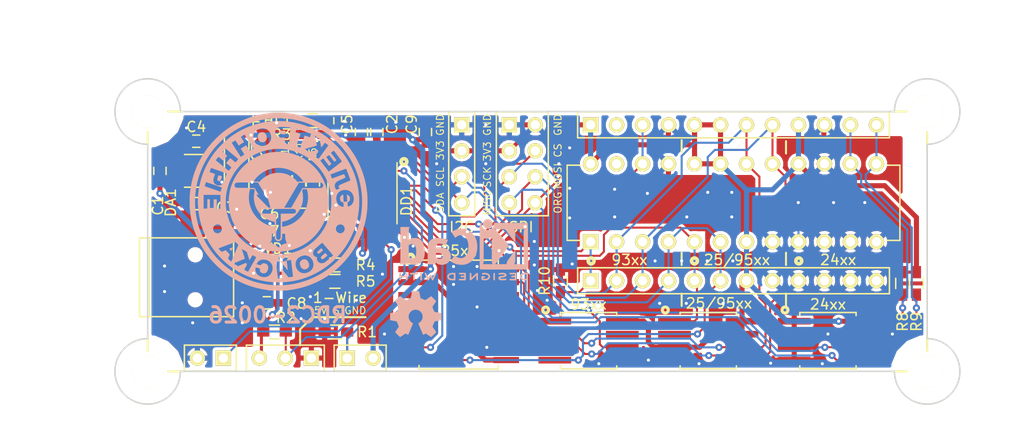
<source format=kicad_pcb>
(kicad_pcb (version 4) (host pcbnew 4.0.5)
  (layers (0 F.Cu signal) (31 B.Cu signal) (34 B.Paste user) (35 F.Paste user) (36 B.SilkS user) (37 F.SilkS user) (38 B.Mask user) (39 F.Mask user) (44 Edge.Cuts user))
  (net 0 "")
  (net 1 5V)
  (net 2 GND)
  (net 3 RST)
  (net 4 "Net-(C3-Pad1)")
  (net 5 VDD)
  (net 6 "Net-(DD1-Pad1)")
  (net 7 SDA)
  (net 8 SCL)
  (net 9 "Net-(DD1-Pad6)")
  (net 10 SPI_SCK)
  (net 11 SPI_MISO)
  (net 12 SPI_MOSI)
  (net 13 ORG)
  (net 14 "Net-(DD1-Pad17)")
  (net 15 "Net-(DD1-Pad18)")
  (net 16 "Net-(DD1-Pad19)")
  (net 17 SWCLK/1_WIRE)
  (net 18 "Net-(DD3-Pad7)")
  (net 19 "Net-(DD8-Pad3)")
  (net 20 "Net-(DD8-Pad4)")
  (net 21 "Net-(DD8-Pad5)")
  (net 22 "Net-(DD8-Pad6)")
  (net 23 "Net-(DD8-Pad11)")
  (net 24 "Net-(DD8-Pad12)")
  (net 25 "Net-(DD8-Pad13)")
  (net 26 "Net-(DD8-Pad14)")
  (net 27 "Net-(HL1-Pad2)")
  (net 28 USB_DM)
  (net 29 USB_DP)
  (net 30 "Net-(VD1-Pad1)")
  (net 31 "Net-(VD1-Pad3)")
  (net 32 "Net-(XS1-Pad4)")
  (net 33 SPI_NSS4)
  (net 34 SPI_NSS3)
  (net 35 SPI_NSS2)
  (net 36 SPI_NSS1)
  (net 37 "Net-(XS4-Pad23)")
  (net 38 "Net-(XS5-Pad2)")
  (module Mounting_Holes:MountingHole_3.2mm_M3 (layer F.Cu) (at 100 74.6)
    (fp_text reference REF** hide)
    (fp_text value MountingHole_3.2mm_M3)
    (pad 1 np_thru_hole circle (at 0 0) (size 3.2 3.2) (drill 3.2) (layers *.Cu *.Mask F.SilkS))
  )
  (module NewComponents:SOIC-8_combo_Pitch1.27mm (layer F.Cu) (at 154.8 97)
    (fp_text reference 25/95xx (at 1.05 -3.65) (layer F.SilkS))
    (fp_text value 25LC_EEPROM)
    (pad 1 smd rect (at -3.3 -1.905) (size 3.2 0.65) (layers F.Cu F.Paste F.Mask) (net 36 SPI_NSS1))
    (pad 2 smd rect (at -3.3 -0.635) (size 3.2 0.65) (layers F.Cu F.Paste F.Mask) (net 11 SPI_MISO))
    (pad 3 smd rect (at -3.3 0.635) (size 3.2 0.65) (layers F.Cu F.Paste F.Mask) (net 5 VDD))
    (pad 4 smd rect (at -3.3 1.905) (size 3.2 0.65) (layers F.Cu F.Paste F.Mask) (net 2 GND))
    (pad 5 smd rect (at 3.3 1.905) (size 3.2 0.65) (layers F.Cu F.Paste F.Mask) (net 12 SPI_MOSI))
    (pad 6 smd rect (at 3.3 0.635) (size 3.2 0.65) (layers F.Cu F.Paste F.Mask) (net 10 SPI_SCK))
    (pad 7 smd rect (at 3.3 -0.635) (size 3.2 0.65) (layers F.Cu F.Paste F.Mask) (net 5 VDD))
    (pad 8 smd rect (at 3.3 -1.905) (size 3.2 0.65) (layers F.Cu F.Paste F.Mask) (net 5 VDD))
  )
  (module Capacitors_SMD:C_0603_HandSoldering (layer F.Cu) (at 101.2 80.4 90)
    (fp_text reference C1 (at -3.4 -0.2 90) (layer F.SilkS))
    (fp_text value 4,7мкФ)
    (pad 1 smd rect (at -0.95 0 90) (size 1.2 0.75) (layers F.Cu F.Paste F.Mask) (net 1 5V))
    (pad 2 smd rect (at 0.95 0 90) (size 1.2 0.75) (layers F.Cu F.Paste F.Mask) (net 2 GND))
  )
  (module Capacitors_SMD:C_0603_HandSoldering (layer F.Cu) (at 122.4 76.6 90)
    (fp_text reference C2 (at 0.75 1.5 90) (layer F.SilkS))
    (fp_text value 0,1мкФ)
    (pad 1 smd rect (at -0.95 0 90) (size 1.2 0.75) (layers F.Cu F.Paste F.Mask) (net 3 RST))
    (pad 2 smd rect (at 0.95 0 90) (size 1.2 0.75) (layers F.Cu F.Paste F.Mask) (net 2 GND))
  )
  (module Capacitors_SMD:C_0603_HandSoldering (layer F.Cu) (at 104.75 83.6 180)
    (fp_text reference C3 (at -2.9 -0.4 180) (layer F.SilkS))
    (fp_text value 0,01мкФ)
    (pad 1 smd rect (at -0.95 0 180) (size 1.2 0.75) (layers F.Cu F.Paste F.Mask) (net 4 "Net-(C3-Pad1)"))
    (pad 2 smd rect (at 0.95 0 180) (size 1.2 0.75) (layers F.Cu F.Paste F.Mask) (net 2 GND))
  )
  (module Capacitors_SMD:C_0603_HandSoldering (layer F.Cu) (at 104.75 77.5 180)
    (fp_text reference C4 (at 0 1.4 180) (layer F.SilkS))
    (fp_text value 4,7мкФ)
    (pad 1 smd rect (at -0.95 0 180) (size 1.2 0.75) (layers F.Cu F.Paste F.Mask) (net 5 VDD))
    (pad 2 smd rect (at 0.95 0 180) (size 1.2 0.75) (layers F.Cu F.Paste F.Mask) (net 2 GND))
  )
  (module Capacitors_SMD:C_0603_HandSoldering (layer F.Cu) (at 120.9 76.6 90)
    (fp_text reference C5 (at 0.75 -1.4 90) (layer F.SilkS))
    (fp_text value 0,1мкФ)
    (pad 1 smd rect (at -0.95 0 90) (size 1.2 0.75) (layers F.Cu F.Paste F.Mask) (net 5 VDD))
    (pad 2 smd rect (at 0.95 0 90) (size 1.2 0.75) (layers F.Cu F.Paste F.Mask) (net 2 GND))
  )
  (module Capacitors_SMD:C_0603_HandSoldering (layer F.Cu) (at 115.05 84.65 180)
    (fp_text reference C6 (at 3.15 0.05 180) (layer F.SilkS))
    (fp_text value 0,1мкФ)
    (pad 1 smd rect (at -0.95 0 180) (size 1.2 0.75) (layers F.Cu F.Paste F.Mask) (net 5 VDD))
    (pad 2 smd rect (at 0.95 0 180) (size 1.2 0.75) (layers F.Cu F.Paste F.Mask) (net 2 GND))
  )
  (module NewComponents:TantalC_SizeA_EIA-3216_HandSoldering_mm (layer F.Cu) (at 108.7 79.5 270)
    (fp_text reference C7 (at -1 -2 270) (layer F.SilkS))
    (fp_text value 10мкФ)
    (fp_text user + (at -3.9 -1.5 270) (layer F.SilkS) (effects (font (size 1.5 1.5))))
    (pad 2 smd rect (at 1.99898 0 270) (size 3 1.5) (layers F.Cu F.Paste F.Mask) (net 2 GND))
    (pad 1 smd rect (at -1.99898 0 270) (size 3 1.5) (layers F.Cu F.Paste F.Mask) (net 5 VDD))
  )
  (module Capacitors_SMD:C_0603_HandSoldering (layer F.Cu) (at 111.65 93.3 180)
    (fp_text reference C8 (at -2.9 -0.05 180) (layer F.SilkS))
    (fp_text value 0,1мкФ)
    (pad 1 smd rect (at -0.95 0 180) (size 1.2 0.75) (layers F.Cu F.Paste F.Mask) (net 1 5V))
    (pad 2 smd rect (at 0.95 0 180) (size 1.2 0.75) (layers F.Cu F.Paste F.Mask) (net 2 GND))
  )
  (module Capacitors_SMD:C_0603_HandSoldering (layer F.Cu) (at 127.15 76.6 90)
    (fp_text reference C9 (at 0.75 -1.35 90) (layer F.SilkS))
    (fp_text value 0,1мкФ)
    (pad 1 smd rect (at -0.95 0 90) (size 1.2 0.75) (layers F.Cu F.Paste F.Mask) (net 5 VDD))
    (pad 2 smd rect (at 0.95 0 90) (size 1.2 0.75) (layers F.Cu F.Paste F.Mask) (net 2 GND))
  )
  (module NewComponents:SOT-23-5_mm (layer F.Cu) (at 104.5 80.4)
    (fp_text reference DA1 (at -2.25 3.1 270) (layer F.SilkS))
    (fp_text value LP2985AIM5-3.3)
    (pad 1 smd rect (at -1.2 -0.95) (size 1.1 0.7) (layers F.Cu F.Paste F.Mask) (net 1 5V))
    (pad 2 smd rect (at -1.2 0) (size 1.1 0.7) (layers F.Cu F.Paste F.Mask) (net 2 GND))
    (pad 3 smd rect (at -1.2 0.95) (size 1.1 0.7) (layers F.Cu F.Paste F.Mask) (net 1 5V))
    (pad 4 smd rect (at 1.2 0.95) (size 1.1 0.7) (layers F.Cu F.Paste F.Mask) (net 4 "Net-(C3-Pad1)"))
    (pad 5 smd rect (at 1.2 -0.95) (size 1.1 0.7) (layers F.Cu F.Paste F.Mask) (net 5 VDD))
  )
  (module Housings_SSOP:TSSOP-20_4.4x6.5mm_Pitch0.65mm (layer F.Cu) (at 121 83.35 270)
    (fp_text reference DD1 (at 0 -4.3 270) (layer F.SilkS))
    (fp_text value STM32F042F6Px)
    (pad 1 smd rect (at -2.95 -2.925 270) (size 1.45 0.45) (layers F.Cu F.Paste F.Mask) (net 6 "Net-(DD1-Pad1)"))
    (pad 2 smd rect (at -2.95 -2.275 270) (size 1.45 0.45) (layers F.Cu F.Paste F.Mask) (net 7 SDA))
    (pad 3 smd rect (at -2.95 -1.625 270) (size 1.45 0.45) (layers F.Cu F.Paste F.Mask) (net 8 SCL))
    (pad 4 smd rect (at -2.95 -0.975 270) (size 1.45 0.45) (layers F.Cu F.Paste F.Mask) (net 3 RST))
    (pad 5 smd rect (at -2.95 -0.325 270) (size 1.45 0.45) (layers F.Cu F.Paste F.Mask) (net 5 VDD))
    (pad 6 smd rect (at -2.95 0.325 270) (size 1.45 0.45) (layers F.Cu F.Paste F.Mask) (net 9 "Net-(DD1-Pad6)"))
    (pad 7 smd rect (at -2.95 0.975 270) (size 1.45 0.45) (layers F.Cu F.Paste F.Mask) (net 33 SPI_NSS4))
    (pad 8 smd rect (at -2.95 1.625 270) (size 1.45 0.45) (layers F.Cu F.Paste F.Mask) (net 34 SPI_NSS3))
    (pad 9 smd rect (at -2.95 2.275 270) (size 1.45 0.45) (layers F.Cu F.Paste F.Mask) (net 35 SPI_NSS2))
    (pad 10 smd rect (at -2.95 2.925 270) (size 1.45 0.45) (layers F.Cu F.Paste F.Mask) (net 36 SPI_NSS1))
    (pad 11 smd rect (at 2.95 2.925 270) (size 1.45 0.45) (layers F.Cu F.Paste F.Mask) (net 10 SPI_SCK))
    (pad 12 smd rect (at 2.95 2.275 270) (size 1.45 0.45) (layers F.Cu F.Paste F.Mask) (net 11 SPI_MISO))
    (pad 13 smd rect (at 2.95 1.625 270) (size 1.45 0.45) (layers F.Cu F.Paste F.Mask) (net 12 SPI_MOSI))
    (pad 14 smd rect (at 2.95 0.975 270) (size 1.45 0.45) (layers F.Cu F.Paste F.Mask) (net 13 ORG))
    (pad 15 smd rect (at 2.95 0.325 270) (size 1.45 0.45) (layers F.Cu F.Paste F.Mask) (net 2 GND))
    (pad 16 smd rect (at 2.95 -0.325 270) (size 1.45 0.45) (layers F.Cu F.Paste F.Mask) (net 5 VDD))
    (pad 17 smd rect (at 2.95 -0.975 270) (size 1.45 0.45) (layers F.Cu F.Paste F.Mask) (net 14 "Net-(DD1-Pad17)"))
    (pad 18 smd rect (at 2.95 -1.625 270) (size 1.45 0.45) (layers F.Cu F.Paste F.Mask) (net 15 "Net-(DD1-Pad18)"))
    (pad 19 smd rect (at 2.95 -2.275 270) (size 1.45 0.45) (layers F.Cu F.Paste F.Mask) (net 16 "Net-(DD1-Pad19)"))
    (pad 20 smd rect (at 2.95 -2.925 270) (size 1.45 0.45) (layers F.Cu F.Paste F.Mask) (net 17 SWCLK/1_WIRE))
  )
  (module NewComponents:LED_0603_HandSoldering (layer F.Cu) (at 116.1 75.5 180)
    (fp_text reference HL1 (at 3.4 0 180) (layer F.SilkS))
    (fp_text value LED)
    (pad 1 smd rect (at -1.1 0 180) (size 1.2 0.9) (layers F.Cu F.Paste F.Mask) (net 2 GND))
    (pad 2 smd rect (at 1.1 0 180) (size 1.2 0.9) (layers F.Cu F.Paste F.Mask) (net 27 "Net-(HL1-Pad2)"))
  )
  (module Resistors_SMD:R_0603_HandSoldering (layer F.Cu) (at 118.4 96.15 180)
    (fp_text reference R1 (at -3.05 0 180) (layer F.SilkS))
    (fp_text value 10k)
    (pad 1 smd rect (at -1.1 0 180) (size 1.2 0.9) (layers F.Cu F.Paste F.Mask) (net 6 "Net-(DD1-Pad1)"))
    (pad 2 smd rect (at 1.1 0 180) (size 1.2 0.9) (layers F.Cu F.Paste F.Mask) (net 2 GND))
  )
  (module Resistors_SMD:R_0603_HandSoldering (layer F.Cu) (at 112.4 96.15)
    (fp_text reference R2 (at 1.1 -1.4) (layer F.SilkS))
    (fp_text value 4k7)
    (pad 1 smd rect (at -1.1 0) (size 1.2 0.9) (layers F.Cu F.Paste F.Mask) (net 1 5V))
    (pad 2 smd rect (at 1.1 0) (size 1.2 0.9) (layers F.Cu F.Paste F.Mask) (net 17 SWCLK/1_WIRE))
  )
  (module Resistors_SMD:R_0603_HandSoldering (layer F.Cu) (at 116.1 76.85 180)
    (fp_text reference R3 (at 3 0 180) (layer F.SilkS))
    (fp_text value 300R)
    (pad 1 smd rect (at -1.1 0 180) (size 1.2 0.9) (layers F.Cu F.Paste F.Mask) (net 9 "Net-(DD1-Pad6)"))
    (pad 2 smd rect (at 1.1 0 180) (size 1.2 0.9) (layers F.Cu F.Paste F.Mask) (net 27 "Net-(HL1-Pad2)"))
  )
  (module Resistors_SMD:R_0603_HandSoldering (layer F.Cu) (at 118.3 89.6 180)
    (fp_text reference R4 (at -3 0 180) (layer F.SilkS))
    (fp_text value 22R)
    (pad 1 smd rect (at -1.1 0 180) (size 1.2 0.9) (layers F.Cu F.Paste F.Mask) (net 14 "Net-(DD1-Pad17)"))
    (pad 2 smd rect (at 1.1 0 180) (size 1.2 0.9) (layers F.Cu F.Paste F.Mask) (net 28 USB_DM))
  )
  (module Resistors_SMD:R_0603_HandSoldering (layer F.Cu) (at 118.3 91.2 180)
    (fp_text reference R5 (at -3 0 180) (layer F.SilkS))
    (fp_text value 22R)
    (pad 1 smd rect (at -1.1 0 180) (size 1.2 0.9) (layers F.Cu F.Paste F.Mask) (net 15 "Net-(DD1-Pad18)"))
    (pad 2 smd rect (at 1.1 0 180) (size 1.2 0.9) (layers F.Cu F.Paste F.Mask) (net 29 USB_DP))
  )
  (module Resistors_SMD:R_0603_HandSoldering (layer F.Cu) (at 116.125 81.375 270)
    (fp_text reference R6 (at -2.575 -0.025 270) (layer F.SilkS) (effects (font (size 0.7 0.7) (thickness 0.1))))
    (fp_text value 10k)
    (pad 1 smd rect (at -1.1 0 270) (size 1.2 0.9) (layers F.Cu F.Paste F.Mask) (net 36 SPI_NSS1))
    (pad 2 smd rect (at 1.1 0 270) (size 1.2 0.9) (layers F.Cu F.Paste F.Mask) (net 5 VDD))
  )
  (module Resistors_SMD:R_0603_HandSoldering (layer F.Cu) (at 114.9 86.3)
    (fp_text reference R7 (at -3 0) (layer F.SilkS))
    (fp_text value 10k)
    (pad 1 smd rect (at -1.1 0) (size 1.2 0.9) (layers F.Cu F.Paste F.Mask) (net 2 GND))
    (pad 2 smd rect (at 1.1 0) (size 1.2 0.9) (layers F.Cu F.Paste F.Mask) (net 10 SPI_SCK))
  )
  (module Resistors_SMD:R_0603_HandSoldering (layer F.Cu) (at 173.8 91.4 270)
    (fp_text reference R8 (at 3.75 0 270) (layer F.SilkS))
    (fp_text value 3k3)
    (pad 1 smd rect (at -1.1 0 270) (size 1.2 0.9) (layers F.Cu F.Paste F.Mask) (net 5 VDD))
    (pad 2 smd rect (at 1.1 0 270) (size 1.2 0.9) (layers F.Cu F.Paste F.Mask) (net 8 SCL))
  )
  (module Resistors_SMD:R_0603_HandSoldering (layer F.Cu) (at 175.15 91.4 270)
    (fp_text reference R9 (at 3.75 0 270) (layer F.SilkS))
    (fp_text value 3k3)
    (pad 1 smd rect (at -1.1 0 270) (size 1.2 0.9) (layers F.Cu F.Paste F.Mask) (net 5 VDD))
    (pad 2 smd rect (at 1.1 0 270) (size 1.2 0.9) (layers F.Cu F.Paste F.Mask) (net 7 SDA))
  )
  (module NewComponents:SOT23-6L (layer F.Cu) (at 112.75 90.4)
    (fp_text reference VD1 (at 0 -2.4) (layer F.SilkS))
    (fp_text value USBLC6)
    (pad 1 smd rect (at -1.15 -0.95) (size 1.2 0.6) (layers F.Cu F.Paste F.Mask) (net 30 "Net-(VD1-Pad1)"))
    (pad 2 smd rect (at -1.15 0) (size 1.2 0.6) (layers F.Cu F.Paste F.Mask) (net 2 GND))
    (pad 3 smd rect (at -1.15 0.95) (size 1.2 0.6) (layers F.Cu F.Paste F.Mask) (net 31 "Net-(VD1-Pad3)"))
    (pad 6 smd rect (at 1.15 -0.95) (size 1.2 0.6) (layers F.Cu F.Paste F.Mask) (net 28 USB_DM))
    (pad 5 smd rect (at 1.15 0) (size 1.2 0.6) (layers F.Cu F.Paste F.Mask) (net 1 5V))
    (pad 4 smd rect (at 1.15 0.95) (size 1.2 0.6) (layers F.Cu F.Paste F.Mask) (net 29 USB_DP))
  )
  (module NewComponents:Pin_Header_Straight_1x02_mm (layer F.Cu) (at 119.5 98.7 90)
    (fp_text reference XP1 hide)
    (fp_text value PLS-2)
    (pad 1 thru_hole rect (at 0 0 90) (size 1.5 1.5) (drill 0.9) (layers *.Cu *.Mask F.SilkS) (net 6 "Net-(DD1-Pad1)"))
    (pad 2 thru_hole oval (at 0 2.54 90) (size 1.5 1.5) (drill 0.9) (layers *.Cu *.Mask F.SilkS) (net 5 VDD))
  )
  (module NewComponents:Pin_Header_Straight_1x04_mm (layer F.Cu) (at 130.7 75.9)
    (fp_text reference XP3 hide)
    (fp_text value CONN_01X04)
    (pad 1 thru_hole rect (at 0 0) (size 1.5 1.5) (drill 0.9) (layers *.Cu *.Mask F.SilkS) (net 2 GND))
    (pad 2 thru_hole oval (at 0 2.54) (size 1.5 1.5) (drill 0.9) (layers *.Cu *.Mask F.SilkS) (net 5 VDD))
    (pad 3 thru_hole oval (at 0 5.08) (size 1.5 1.5) (drill 0.9) (layers *.Cu *.Mask F.SilkS) (net 8 SCL))
    (pad 4 thru_hole oval (at 0 7.62) (size 1.5 1.5) (drill 0.9) (layers *.Cu *.Mask F.SilkS) (net 7 SDA))
  )
  (module NewComponents:USB_Mini-B_mm (layer F.Cu) (at 103.8 90.8)
    (fp_text reference XS1 hide)
    (fp_text value USB_OTG)
    (pad 1 smd rect (at 3.45 -1.6) (size 2.3 0.5) (layers F.Cu F.Paste F.Mask) (net 1 5V))
    (pad 2 smd rect (at 3.45 -0.8) (size 2.3 0.5) (layers F.Cu F.Paste F.Mask) (net 30 "Net-(VD1-Pad1)"))
    (pad 3 smd rect (at 3.45 0) (size 2.3 0.5) (layers F.Cu F.Paste F.Mask) (net 31 "Net-(VD1-Pad3)"))
    (pad 4 smd rect (at 3.45 0.8) (size 2.3 0.5) (layers F.Cu F.Paste F.Mask) (net 32 "Net-(XS1-Pad4)"))
    (pad 5 smd rect (at 3.45 1.6) (size 2.3 0.5) (layers F.Cu F.Paste F.Mask) (net 2 GND))
    (pad 6 smd rect (at 3.35 -4.45) (size 2.5 2) (layers F.Cu F.Paste F.Mask) (net 2 GND))
    (pad 6 smd rect (at -2.15 -4.45) (size 2.5 2) (layers F.Cu F.Paste F.Mask) (net 2 GND))
    (pad 6 smd rect (at 3.35 4.45) (size 2.5 2) (layers F.Cu F.Paste F.Mask) (net 2 GND))
    (pad 6 smd rect (at -2.15 4.45) (size 2.5 2) (layers F.Cu F.Paste F.Mask) (net 2 GND))
    (pad "" np_thru_hole circle (at 0.85 -2.2) (size 0.9 0.9) (drill 0.9) (layers *.Cu *.Mask F.SilkS))
    (pad "" np_thru_hole circle (at 0.85 2.2) (size 0.9 0.9) (drill 0.9) (layers *.Cu *.Mask F.SilkS))
  )
  (module NewComponents:Pin_Header_Straight_1x03_mm (layer F.Cu) (at 116 98.7 270)
    (fp_text reference XS2 hide)
    (fp_text value CONN_01X03)
    (pad 1 thru_hole rect (at 0 0 270) (size 1.5 1.5) (drill 0.9) (layers *.Cu *.Mask F.SilkS) (net 2 GND))
    (pad 2 thru_hole circle (at 0 2.54 270) (size 1.5 1.5) (drill 0.9) (layers *.Cu *.Mask F.SilkS) (net 17 SWCLK/1_WIRE))
    (pad 3 thru_hole circle (at 0 5.08 270) (size 1.5 1.5) (drill 0.9) (layers *.Cu *.Mask F.SilkS) (net 1 5V))
  )
  (module Mounting_Holes:MountingHole_3.2mm_M3 (layer F.Cu) (at 176.2 74.6)
    (fp_text reference REF** hide)
    (fp_text value MountingHole_3.2mm_M3)
    (pad 1 np_thru_hole circle (at 0 0) (size 3.2 3.2) (drill 3.2) (layers *.Cu *.Mask F.SilkS))
  )
  (module Mounting_Holes:MountingHole_3.2mm_M3 (layer F.Cu) (at 176.2 100)
    (fp_text reference REF** hide)
    (fp_text value MountingHole_3.2mm_M3)
    (pad 1 np_thru_hole circle (at 0 0) (size 3.2 3.2) (drill 3.2) (layers *.Cu *.Mask F.SilkS))
  )
  (module Mounting_Holes:MountingHole_3.2mm_M3 (layer F.Cu) (at 100 100)
    (fp_text reference REF** hide)
    (fp_text value MountingHole_3.2mm_M3)
    (pad 1 np_thru_hole circle (at 0 0) (size 3.2 3.2) (drill 3.2) (layers *.Cu *.Mask F.SilkS))
  )
  (module NewComponents:SOIC-8_combo_Pitch1.27mm (layer F.Cu) (at 143.1 97)
    (fp_text reference 93xx (at 0 -3.55) (layer F.SilkS))
    (fp_text value 93LCxxC)
    (pad 1 smd rect (at -3.3 -1.905) (size 3.2 0.65) (layers F.Cu F.Paste F.Mask) (net 35 SPI_NSS2))
    (pad 2 smd rect (at -3.3 -0.635) (size 3.2 0.65) (layers F.Cu F.Paste F.Mask) (net 10 SPI_SCK))
    (pad 3 smd rect (at -3.3 0.635) (size 3.2 0.65) (layers F.Cu F.Paste F.Mask) (net 12 SPI_MOSI))
    (pad 4 smd rect (at -3.3 1.905) (size 3.2 0.65) (layers F.Cu F.Paste F.Mask) (net 11 SPI_MISO))
    (pad 5 smd rect (at 3.3 1.905) (size 3.2 0.65) (layers F.Cu F.Paste F.Mask) (net 2 GND))
    (pad 6 smd rect (at 3.3 0.635) (size 3.2 0.65) (layers F.Cu F.Paste F.Mask) (net 13 ORG))
    (pad 7 smd rect (at 3.3 -0.635) (size 3.2 0.65) (layers F.Cu F.Paste F.Mask) (net 18 "Net-(DD3-Pad7)"))
    (pad 8 smd rect (at 3.3 -1.905) (size 3.2 0.65) (layers F.Cu F.Paste F.Mask) (net 5 VDD))
  )
  (module NewComponents:SOIC-8_combo_Pitch1.27mm (layer F.Cu) (at 166.5 97)
    (fp_text reference 24xx (at 0 -3.55) (layer F.SilkS))
    (fp_text value "24XX EEPROM")
    (pad 1 smd rect (at -3.3 -1.905) (size 3.2 0.65) (layers F.Cu F.Paste F.Mask) (net 2 GND))
    (pad 2 smd rect (at -3.3 -0.635) (size 3.2 0.65) (layers F.Cu F.Paste F.Mask) (net 2 GND))
    (pad 3 smd rect (at -3.3 0.635) (size 3.2 0.65) (layers F.Cu F.Paste F.Mask) (net 2 GND))
    (pad 4 smd rect (at -3.3 1.905) (size 3.2 0.65) (layers F.Cu F.Paste F.Mask) (net 2 GND))
    (pad 5 smd rect (at 3.3 1.905) (size 3.2 0.65) (layers F.Cu F.Paste F.Mask) (net 7 SDA))
    (pad 6 smd rect (at 3.3 0.635) (size 3.2 0.65) (layers F.Cu F.Paste F.Mask) (net 8 SCL))
    (pad 7 smd rect (at 3.3 -0.635) (size 3.2 0.65) (layers F.Cu F.Paste F.Mask) (net 2 GND))
    (pad 8 smd rect (at 3.3 -1.905) (size 3.2 0.65) (layers F.Cu F.Paste F.Mask) (net 5 VDD))
  )
  (module Resistors_SMD:R_0603_HandSoldering (layer F.Cu) (at 140.35 91.15 90)
    (fp_text reference R10 (at 0 -1.55 90) (layer F.SilkS))
    (fp_text value 10k)
    (pad 1 smd rect (at -1.1 0 90) (size 1.2 0.9) (layers F.Cu F.Paste F.Mask) (net 35 SPI_NSS2))
    (pad 2 smd rect (at 1.1 0 90) (size 1.2 0.9) (layers F.Cu F.Paste F.Mask) (net 2 GND))
  )
  (module Resistors_SMD:R_0603_HandSoldering (layer F.Cu) (at 114.825 81.375 270)
    (fp_text reference R11 (at -2.875 0.025 270) (layer F.SilkS) (effects (font (size 0.7 0.7) (thickness 0.1))))
    (fp_text value 10k)
    (pad 1 smd rect (at -1.1 0 270) (size 1.2 0.9) (layers F.Cu F.Paste F.Mask) (net 34 SPI_NSS3))
    (pad 2 smd rect (at 1.1 0 270) (size 1.2 0.9) (layers F.Cu F.Paste F.Mask) (net 5 VDD))
  )
  (module NewComponents:Pin_Header_Straight_1x02_mm (layer F.Cu) (at 107.4 98.7 270)
    (fp_text reference XP4 hide)
    (fp_text value PLS-2)
    (pad 1 thru_hole rect (at 0 0 270) (size 1.5 1.5) (drill 0.9) (layers *.Cu *.Mask F.SilkS) (net 16 "Net-(DD1-Pad19)"))
    (pad 2 thru_hole oval (at 0 2.54 270) (size 1.5 1.5) (drill 0.9) (layers *.Cu *.Mask F.SilkS) (net 2 GND))
  )
  (module Resistors_SMD:R_0603_HandSoldering (layer F.Cu) (at 113.425 81.375 90)
    (fp_text reference R12 (at 2.875 0.025 90) (layer F.SilkS) (effects (font (size 0.7 0.7) (thickness 0.1))))
    (fp_text value 10k)
    (pad 1 smd rect (at -1.1 0 90) (size 1.2 0.9) (layers F.Cu F.Paste F.Mask) (net 5 VDD))
    (pad 2 smd rect (at 1.1 0 90) (size 1.2 0.9) (layers F.Cu F.Paste F.Mask) (net 33 SPI_NSS4))
  )
  (module NewComponents:Pin_Header_Straight_1x12_mm (layer F.Cu) (at 143.3 91.14 90)
    (fp_text reference XS3 hide)
    (fp_text value CONN_01X12)
    (pad 1 thru_hole rect (at 0 0 90) (size 1.5 1.5) (drill 0.9) (layers *.Cu *.Mask F.SilkS) (net 35 SPI_NSS2))
    (pad 2 thru_hole circle (at 0 2.54 90) (size 1.5 1.5) (drill 0.9) (layers *.Cu *.Mask F.SilkS) (net 10 SPI_SCK))
    (pad 3 thru_hole circle (at 0 5.08 90) (size 1.5 1.5) (drill 0.9) (layers *.Cu *.Mask F.SilkS) (net 12 SPI_MOSI))
    (pad 4 thru_hole circle (at 0 7.62 90) (size 1.5 1.5) (drill 0.9) (layers *.Cu *.Mask F.SilkS) (net 11 SPI_MISO))
    (pad 5 thru_hole circle (at 0 10.16 90) (size 1.5 1.5) (drill 0.9) (layers *.Cu *.Mask F.SilkS) (net 36 SPI_NSS1))
    (pad 6 thru_hole circle (at 0 12.7 90) (size 1.5 1.5) (drill 0.9) (layers *.Cu *.Mask F.SilkS) (net 11 SPI_MISO))
    (pad 7 thru_hole circle (at 0 15.24 90) (size 1.5 1.5) (drill 0.9) (layers *.Cu *.Mask F.SilkS) (net 5 VDD))
    (pad 8 thru_hole circle (at 0 17.78 90) (size 1.5 1.5) (drill 0.9) (layers *.Cu *.Mask F.SilkS) (net 2 GND))
    (pad 9 thru_hole circle (at 0 20.32 90) (size 1.5 1.5) (drill 0.9) (layers *.Cu *.Mask F.SilkS) (net 2 GND))
    (pad 10 thru_hole circle (at 0 22.86 90) (size 1.5 1.5) (drill 0.9) (layers *.Cu *.Mask F.SilkS) (net 2 GND))
    (pad 11 thru_hole circle (at 0 25.4 90) (size 1.5 1.5) (drill 0.9) (layers *.Cu *.Mask F.SilkS) (net 2 GND))
    (pad 12 thru_hole circle (at 0 27.94 90) (size 1.5 1.5) (drill 0.9) (layers *.Cu *.Mask F.SilkS) (net 2 GND))
  )
  (module NewComponents:DIP-24_W7.62mm_0.9x1.5 (layer F.Cu) (at 143.3 87.33 90)
    (fp_text reference XS4 hide)
    (fp_text value dip-24_IC)
    (pad 24 thru_hole circle (at 7.62 0 90) (size 1.5 1.5) (drill 0.9) (layers *.Cu *.Mask F.SilkS) (net 5 VDD))
    (pad 1 thru_hole rect (at 0 0 90) (size 1.5 1.5) (drill 0.9) (layers *.Cu *.Mask F.SilkS) (net 35 SPI_NSS2))
    (pad 2 thru_hole circle (at 0 2.54 90) (size 1.5 1.5) (drill 0.9) (layers *.Cu *.Mask F.SilkS) (net 10 SPI_SCK))
    (pad 13 thru_hole circle (at 7.62 27.94 90) (size 1.5 1.5) (drill 0.9) (layers *.Cu *.Mask F.SilkS) (net 7 SDA))
    (pad 3 thru_hole circle (at 0 5.08 90) (size 1.5 1.5) (drill 0.9) (layers *.Cu *.Mask F.SilkS) (net 12 SPI_MOSI))
    (pad 4 thru_hole circle (at 0 7.62 90) (size 1.5 1.5) (drill 0.9) (layers *.Cu *.Mask F.SilkS) (net 11 SPI_MISO))
    (pad 5 thru_hole circle (at 0 10.16 90) (size 1.5 1.5) (drill 0.9) (layers *.Cu *.Mask F.SilkS) (net 36 SPI_NSS1))
    (pad 6 thru_hole circle (at 0 12.7 90) (size 1.5 1.5) (drill 0.9) (layers *.Cu *.Mask F.SilkS) (net 11 SPI_MISO))
    (pad 7 thru_hole circle (at 0 15.24 90) (size 1.5 1.5) (drill 0.9) (layers *.Cu *.Mask F.SilkS) (net 5 VDD))
    (pad 8 thru_hole circle (at 0 17.78 90) (size 1.5 1.5) (drill 0.9) (layers *.Cu *.Mask F.SilkS) (net 2 GND))
    (pad 9 thru_hole circle (at 0 20.32 90) (size 1.5 1.5) (drill 0.9) (layers *.Cu *.Mask F.SilkS) (net 2 GND))
    (pad 10 thru_hole circle (at 0 22.86 90) (size 1.5 1.5) (drill 0.9) (layers *.Cu *.Mask F.SilkS) (net 2 GND))
    (pad 11 thru_hole circle (at 0 25.4 90) (size 1.5 1.5) (drill 0.9) (layers *.Cu *.Mask F.SilkS) (net 2 GND))
    (pad 12 thru_hole circle (at 0 27.94 90) (size 1.5 1.5) (drill 0.9) (layers *.Cu *.Mask F.SilkS) (net 2 GND))
    (pad 14 thru_hole circle (at 7.62 25.4 90) (size 1.5 1.5) (drill 0.9) (layers *.Cu *.Mask F.SilkS) (net 8 SCL))
    (pad 15 thru_hole circle (at 7.62 22.86 90) (size 1.5 1.5) (drill 0.9) (layers *.Cu *.Mask F.SilkS) (net 2 GND))
    (pad 16 thru_hole circle (at 7.62 20.32 90) (size 1.5 1.5) (drill 0.9) (layers *.Cu *.Mask F.SilkS) (net 5 VDD))
    (pad 17 thru_hole circle (at 7.62 17.78 90) (size 1.5 1.5) (drill 0.9) (layers *.Cu *.Mask F.SilkS) (net 12 SPI_MOSI))
    (pad 18 thru_hole circle (at 7.62 15.24 90) (size 1.5 1.5) (drill 0.9) (layers *.Cu *.Mask F.SilkS) (net 10 SPI_SCK))
    (pad 19 thru_hole circle (at 7.62 12.7 90) (size 1.5 1.5) (drill 0.9) (layers *.Cu *.Mask F.SilkS) (net 5 VDD))
    (pad 20 thru_hole circle (at 7.62 10.16 90) (size 1.5 1.5) (drill 0.9) (layers *.Cu *.Mask F.SilkS) (net 5 VDD))
    (pad 21 thru_hole circle (at 7.62 7.62 90) (size 1.5 1.5) (drill 0.9) (layers *.Cu *.Mask F.SilkS) (net 2 GND))
    (pad 22 thru_hole circle (at 7.62 5.08 90) (size 1.5 1.5) (drill 0.9) (layers *.Cu *.Mask F.SilkS) (net 13 ORG))
    (pad 23 thru_hole circle (at 7.62 2.54 90) (size 1.5 1.5) (drill 0.9) (layers *.Cu *.Mask F.SilkS) (net 37 "Net-(XS4-Pad23)"))
  )
  (module NewComponents:Pin_Header_Straight_1x12_mm (layer F.Cu) (at 143.3 75.9 90)
    (fp_text reference XS5 hide)
    (fp_text value CONN_01X12)
    (pad 1 thru_hole rect (at 0 0 90) (size 1.5 1.5) (drill 0.9) (layers *.Cu *.Mask F.SilkS) (net 5 VDD))
    (pad 2 thru_hole circle (at 0 2.54 90) (size 1.5 1.5) (drill 0.9) (layers *.Cu *.Mask F.SilkS) (net 38 "Net-(XS5-Pad2)"))
    (pad 3 thru_hole circle (at 0 5.08 90) (size 1.5 1.5) (drill 0.9) (layers *.Cu *.Mask F.SilkS) (net 13 ORG))
    (pad 4 thru_hole circle (at 0 7.62 90) (size 1.5 1.5) (drill 0.9) (layers *.Cu *.Mask F.SilkS) (net 2 GND))
    (pad 5 thru_hole circle (at 0 10.16 90) (size 1.5 1.5) (drill 0.9) (layers *.Cu *.Mask F.SilkS) (net 5 VDD))
    (pad 6 thru_hole circle (at 0 12.7 90) (size 1.5 1.5) (drill 0.9) (layers *.Cu *.Mask F.SilkS) (net 5 VDD))
    (pad 7 thru_hole circle (at 0 15.24 90) (size 1.5 1.5) (drill 0.9) (layers *.Cu *.Mask F.SilkS) (net 10 SPI_SCK))
    (pad 8 thru_hole circle (at 0 17.78 90) (size 1.5 1.5) (drill 0.9) (layers *.Cu *.Mask F.SilkS) (net 12 SPI_MOSI))
    (pad 9 thru_hole circle (at 0 20.32 90) (size 1.5 1.5) (drill 0.9) (layers *.Cu *.Mask F.SilkS) (net 5 VDD))
    (pad 10 thru_hole circle (at 0 22.86 90) (size 1.5 1.5) (drill 0.9) (layers *.Cu *.Mask F.SilkS) (net 2 GND))
    (pad 11 thru_hole circle (at 0 25.4 90) (size 1.5 1.5) (drill 0.9) (layers *.Cu *.Mask F.SilkS) (net 8 SCL))
    (pad 12 thru_hole circle (at 0 27.94 90) (size 1.5 1.5) (drill 0.9) (layers *.Cu *.Mask F.SilkS) (net 7 SDA))
  )
  (module NewComponents:Pin_Header_Straight_2x04_mm (layer F.Cu) (at 135.35 75.9)
    (fp_text reference XP5 hide)
    (fp_text value CONN_02X04)
    (pad 8 thru_hole circle (at 2.54 7.62) (size 1.5 1.5) (drill 0.9) (layers *.Cu *.Mask F.SilkS) (net 13 ORG))
    (pad 7 thru_hole circle (at 0 7.62) (size 1.5 1.5) (drill 0.9) (layers *.Cu *.Mask F.SilkS) (net 11 SPI_MISO))
    (pad 1 thru_hole rect (at 0 0) (size 1.5 1.5) (drill 0.9) (layers *.Cu *.Mask F.SilkS) (net 2 GND))
    (pad 2 thru_hole circle (at 2.54 0) (size 1.5 1.5) (drill 0.9) (layers *.Cu *.Mask F.SilkS) (net 2 GND))
    (pad 3 thru_hole circle (at 0 2.54) (size 1.5 1.5) (drill 0.9) (layers *.Cu *.Mask F.SilkS) (net 5 VDD))
    (pad 4 thru_hole circle (at 2.54 2.54) (size 1.5 1.5) (drill 0.9) (layers *.Cu *.Mask F.SilkS) (net 33 SPI_NSS4))
    (pad 5 thru_hole circle (at 0 5.08) (size 1.5 1.5) (drill 0.9) (layers *.Cu *.Mask F.SilkS) (net 10 SPI_SCK))
    (pad 6 thru_hole circle (at 2.54 5.08) (size 1.5 1.5) (drill 0.9) (layers *.Cu *.Mask F.SilkS) (net 12 SPI_MOSI))
  )
  (module NewComponents:SOIC-16_7.5x10.3mm_Pitch1.27mm_long_pads (layer F.Cu) (at 130.4 94.45)
    (fp_text reference 25xx (at 0 -6.25) (layer F.SilkS))
    (fp_text value 25xx_spi_flash)
    (pad 1 smd rect (at -4.65 -4.445) (size 2.5 0.6) (layers F.Cu F.Paste F.Mask) (net 5 VDD))
    (pad 2 smd rect (at -4.65 -3.175) (size 2.5 0.6) (layers F.Cu F.Paste F.Mask) (net 5 VDD))
    (pad 3 smd rect (at -4.65 -1.905) (size 2.5 0.6) (layers F.Cu F.Paste F.Mask) (net 19 "Net-(DD8-Pad3)"))
    (pad 4 smd rect (at -4.65 -0.635) (size 2.5 0.6) (layers F.Cu F.Paste F.Mask) (net 20 "Net-(DD8-Pad4)"))
    (pad 5 smd rect (at -4.65 0.635) (size 2.5 0.6) (layers F.Cu F.Paste F.Mask) (net 21 "Net-(DD8-Pad5)"))
    (pad 6 smd rect (at -4.65 1.905) (size 2.5 0.6) (layers F.Cu F.Paste F.Mask) (net 22 "Net-(DD8-Pad6)"))
    (pad 7 smd rect (at -4.65 3.175) (size 2.5 0.6) (layers F.Cu F.Paste F.Mask) (net 34 SPI_NSS3))
    (pad 8 smd rect (at -4.65 4.445) (size 2.5 0.6) (layers F.Cu F.Paste F.Mask) (net 11 SPI_MISO))
    (pad 9 smd rect (at 4.65 4.445) (size 2.5 0.6) (layers F.Cu F.Paste F.Mask) (net 5 VDD))
    (pad 10 smd rect (at 4.65 3.175) (size 2.5 0.6) (layers F.Cu F.Paste F.Mask) (net 2 GND))
    (pad 11 smd rect (at 4.65 1.905) (size 2.5 0.6) (layers F.Cu F.Paste F.Mask) (net 23 "Net-(DD8-Pad11)"))
    (pad 12 smd rect (at 4.65 0.635) (size 2.5 0.6) (layers F.Cu F.Paste F.Mask) (net 24 "Net-(DD8-Pad12)"))
    (pad 13 smd rect (at 4.65 -0.635) (size 2.5 0.6) (layers F.Cu F.Paste F.Mask) (net 25 "Net-(DD8-Pad13)"))
    (pad 14 smd rect (at 4.65 -1.905) (size 2.5 0.6) (layers F.Cu F.Paste F.Mask) (net 26 "Net-(DD8-Pad14)"))
    (pad 15 smd rect (at 4.65 -3.175) (size 2.5 0.6) (layers F.Cu F.Paste F.Mask) (net 12 SPI_MOSI))
    (pad 16 smd rect (at 4.65 -4.445) (size 2.5 0.6) (layers F.Cu F.Paste F.Mask) (net 10 SPI_SCK))
  )
  (module NewComponents:RDC_PCB_big (layer B.Cu) (at 112.8 83.4 180)
    (fp_text reference G*** hide)
    (fp_text value LOGO hide)
  )
  (module NewComponents:Logo_silk_OSHW_6x6mm_ (layer B.Cu) (at 126.2 94.4 180)
    (fp_text reference G*** hide)
    (fp_text value LOGO hide)
  )
  (module NewComponents:KiCad-Logo2_6mm_SilkScreen (layer B.Cu) (at 130.9 88.1 180)
    (fp_text reference REF*** hide)
    (fp_text value KiCad-Logo2_6mm_SilkScreen hide)
  )
  (gr_arc (start 100 100) (end 103.2 100) (angle 270) (layer Edge.Cuts) (width 0.15))
  (gr_arc (start 176.2 100) (end 176.2 96.8) (angle 270) (layer Edge.Cuts) (width 0.15))
  (gr_arc (start 176.2 74.6) (end 173 74.6) (angle 270) (layer Edge.Cuts) (width 0.15))
  (gr_arc (start 100 74.6) (end 100 77.8) (angle 270) (layer Edge.Cuts) (width 0.15))
  (gr_line (start 100 96.6) (end 100 98) (angle 90) (layer F.SilkS) (width 0.2))
  (gr_line (start 103.4 100) (end 102 100) (angle 90) (layer F.SilkS) (width 0.2))
  (gr_line (start 172.8 100) (end 174.2 100) (angle 90) (layer F.SilkS) (width 0.2))
  (gr_line (start 176.2 96.6) (end 176.2 98) (angle 90) (layer F.SilkS) (width 0.2))
  (gr_line (start 176.2 78) (end 176.2 76.6) (angle 90) (layer F.SilkS) (width 0.2))
  (gr_line (start 172.8 74.6) (end 174.2 74.6) (angle 90) (layer F.SilkS) (width 0.2))
  (gr_line (start 103.4 74.6) (end 102 74.6) (angle 90) (layer F.SilkS) (width 0.2))
  (gr_line (start 100 77.9) (end 100 76.6) (angle 90) (layer F.SilkS) (width 0.2))
  (gr_text RDC2-0026 (at 112.7 94.5) (layer B.SilkS) (effects (font (size 1.5 1.5) (thickness 0.3)) (justify mirror)))
  (gr_text 1-Wire (at 118.8 92.8) (layer F.SilkS) (effects (font (size 1 1))))
  (gr_text 5V (at 116.9 94.05) (layer F.SilkS) (effects (font (size 0.7 0.7) (thickness 0.1))))
  (gr_text S (at 118.45 94.05) (layer F.SilkS) (effects (font (size 0.7 0.7) (thickness 0.1))))
  (gr_text GND (at 120.3 94.05) (layer F.SilkS) (effects (font (size 0.7 0.7) (thickness 0.1))))
  (gr_line (start 116.1 94.7) (end 121.3 94.7) (angle 90) (layer F.SilkS) (width 0.2))
  (gr_line (start 114.9 95.9) (end 116.1 94.7) (angle 90) (layer F.SilkS) (width 0.2))
  (gr_line (start 114.9 97.45) (end 114.9 95.9) (angle 90) (layer F.SilkS) (width 0.2))
  (gr_text GND (at 128.6 75.9 90) (layer F.SilkS) (effects (font (size 0.7 0.7) (thickness 0.1))))
  (gr_text 3V3 (at 128.6 78.4 90) (layer F.SilkS) (effects (font (size 0.7 0.7) (thickness 0.1))))
  (gr_text SCL (at 128.6 81 90) (layer F.SilkS) (effects (font (size 0.7 0.7) (thickness 0.1))))
  (gr_text SDA (at 128.6 83.5 90) (layer F.SilkS) (effects (font (size 0.7 0.7) (thickness 0.1))))
  (gr_text ORG (at 140.1 83.5 90) (layer F.SilkS) (effects (font (size 0.7 0.7) (thickness 0.1))))
  (gr_text MOSI (at 140.1 80.9 90) (layer F.SilkS) (effects (font (size 0.7 0.7) (thickness 0.1))))
  (gr_text CS (at 140.1 78.4 90) (layer F.SilkS) (effects (font (size 0.7 0.7) (thickness 0.1))))
  (gr_text GND (at 140.1 75.9 90) (layer F.SilkS) (effects (font (size 0.7 0.7) (thickness 0.1))))
  (gr_text GND (at 133.2 75.9 90) (layer F.SilkS) (effects (font (size 0.7 0.7) (thickness 0.1))))
  (gr_text 3V3 (at 133.2 78.5 90) (layer F.SilkS) (effects (font (size 0.7 0.7) (thickness 0.1))))
  (gr_text SCK (at 133.2 81 90) (layer F.SilkS) (effects (font (size 0.7 0.7) (thickness 0.1))))
  (gr_text MISO (at 133.2 83.5 90) (layer F.SilkS) (effects (font (size 0.7 0.7) (thickness 0.1))))
  (gr_text SPI (at 136.5 85.9) (layer F.SilkS) (effects (font (size 1 1))))
  (gr_text I2C (at 130.7 85.9) (layer F.SilkS) (effects (font (size 1 1))))
  (gr_line (start 152.2 93.6) (end 152.2 92.4) (angle 90) (layer F.SilkS) (width 0.2))
  (gr_line (start 162.4 93.6) (end 162.4 92.4) (angle 90) (layer F.SilkS) (width 0.2))
  (gr_text 24xx (at 167.5 89.1) (layer F.SilkS) (effects (font (size 1 1))))
  (gr_text 25/95xx (at 157.6 89.1) (layer F.SilkS) (effects (font (size 1 1))))
  (gr_text 93xx (at 147.1 89.1) (layer F.SilkS) (effects (font (size 1 1))))
  (gr_circle (center 163.65 89.2) (end 163.7 89.3) (layer F.SilkS) (width 0.35))
  (gr_circle (center 153.45 89.2) (end 153.5 89.3) (layer F.SilkS) (width 0.35))
  (gr_circle (center 143.35 89.2) (end 143.4 89.3) (layer F.SilkS) (width 0.35))
  (gr_line (start 152.2 78.6) (end 152.2 77.4) (angle 90) (layer F.SilkS) (width 0.2))
  (gr_line (start 152.2 89.6) (end 152.2 88.4) (angle 90) (layer F.SilkS) (width 0.2))
  (gr_line (start 162.4 89.6) (end 162.4 88.4) (angle 90) (layer F.SilkS) (width 0.2))
  (gr_line (start 162.4 78.7) (end 162.4 77.5) (angle 90) (layer F.SilkS) (width 0.2))
  (gr_circle (center 125.7 88.85) (end 125.75 88.95) (layer F.SilkS) (width 0.35))
  (gr_circle (center 125.05 79.5) (end 125.1 79.6) (layer F.SilkS) (width 0.35))
  (gr_line (start 173 100) (end 103.2 100) (angle 90) (layer Edge.Cuts) (width 0.15))
  (gr_line (start 176.2 77.8) (end 176.2 96.8) (angle 90) (layer Edge.Cuts) (width 0.15))
  (gr_line (start 103.2 74.6) (end 173 74.6) (angle 90) (layer Edge.Cuts) (width 0.15))
  (gr_line (start 100 96.8) (end 100 77.8) (angle 90) (layer Edge.Cuts) (width 0.15))
  (segment (start 113.9 90.4) (end 112.95 90.4) (width 0.3) (layer F.Cu) (net 1))
  (segment (start 112.7 90.65) (end 112.7 93.25) (width 0.3) (layer F.Cu) (net 1))
  (segment (start 112.95 90.4) (end 112.7 90.65) (width 0.3) (layer F.Cu) (net 1))
  (segment (start 112.65 93.25) (end 112.6 93.3) (width 0.3) (layer F.Cu) (net 1))
  (segment (start 103.3 81.35) (end 104.2 81.35) (width 0.5) (layer F.Cu) (net 1))
  (segment (start 104.2 79.45) (end 103.3 79.45) (width 0.5) (layer F.Cu) (net 1))
  (segment (start 104.55 79.8) (end 104.2 79.45) (width 0.5) (layer F.Cu) (net 1))
  (segment (start 104.55 81) (end 104.55 79.8) (width 0.5) (layer F.Cu) (net 1))
  (segment (start 104.2 81.35) (end 104.55 81) (width 0.5) (layer F.Cu) (net 1))
  (segment (start 101.2 81.35) (end 103.3 81.35) (width 0.5) (layer F.Cu) (net 1))
  (segment (start 110.95 87.75) (end 109.55 86.35) (width 0.5) (layer B.Cu) (net 1))
  (segment (start 101.2 82.6) (end 101.2 81.35) (width 0.5) (layer F.Cu) (net 1))
  (via (at 101.2 82.6) (size 0.7) (drill 0.3) (layers F.Cu B.Cu) (net 1))
  (segment (start 104.95 86.35) (end 101.2 82.6) (width 0.5) (layer B.Cu) (net 1))
  (segment (start 109.55 86.35) (end 104.95 86.35) (width 0.5) (layer B.Cu) (net 1))
  (segment (start 112.75 88.7) (end 112.75 93.9) (width 0.3) (layer B.Cu) (net 1))
  (segment (start 111.8 87.75) (end 112.75 88.7) (width 0.3) (layer B.Cu) (net 1))
  (segment (start 107.25 89.2) (end 108.85 89.2) (width 0.3) (layer F.Cu) (net 1))
  (via (at 110.95 87.75) (size 0.7) (drill 0.3) (layers F.Cu B.Cu) (net 1))
  (segment (start 110.3 87.75) (end 110.95 87.75) (width 0.3) (layer F.Cu) (net 1))
  (segment (start 108.85 89.2) (end 110.3 87.75) (width 0.3) (layer F.Cu) (net 1))
  (segment (start 110.95 87.75) (end 111.8 87.75) (width 0.3) (layer B.Cu) (net 1))
  (via (at 112.2 94.45) (size 0.7) (drill 0.3) (layers F.Cu B.Cu) (net 1))
  (segment (start 112.75 93.9) (end 112.2 94.45) (width 0.3) (layer B.Cu) (net 1))
  (segment (start 111.3 96.15) (end 111.3 95.35) (width 0.3) (layer F.Cu) (net 1))
  (segment (start 112.6 94.05) (end 112.6 93.3) (width 0.3) (layer F.Cu) (net 1))
  (segment (start 111.3 95.35) (end 112.2 94.45) (width 0.3) (layer F.Cu) (net 1))
  (segment (start 112.2 94.45) (end 112.6 94.05) (width 0.3) (layer F.Cu) (net 1))
  (segment (start 111.12 98.55) (end 111.12 96.38) (width 0.3) (layer F.Cu) (net 1))
  (segment (start 141.25 85) (end 141.25 89.25) (width 0.2) (layer B.Cu) (net 2))
  (via (at 141.5 89.5) (size 0.7) (drill 0.3) (layers F.Cu B.Cu) (net 2))
  (segment (start 141.25 89.25) (end 141.5 89.5) (width 0.2) (layer B.Cu) (net 2))
  (segment (start 133.05 75.9) (end 133.05 79.7) (width 0.2) (layer B.Cu) (net 2))
  (via (at 133.05 75.9) (size 0.7) (drill 0.3) (layers F.Cu B.Cu) (net 2))
  (via (at 133.05 79.7) (size 0.7) (drill 0.3) (layers F.Cu B.Cu) (net 2))
  (segment (start 130.7 75.9) (end 128.5 75.9) (width 0.2) (layer B.Cu) (net 2))
  (via (at 128.25 79.7) (size 0.7) (drill 0.3) (layers F.Cu B.Cu) (net 2))
  (segment (start 128.5 79.5) (end 128.25 79.7) (width 0.2) (layer B.Cu) (net 2))
  (segment (start 128.5 75.9) (end 128.5 79.5) (width 0.2) (layer B.Cu) (net 2))
  (segment (start 152.2 89.2) (end 152.1 89.1) (width 0.2) (layer F.Cu) (net 2))
  (segment (start 154.6 89.3) (end 152.2 89.2) (width 0.2) (layer F.Cu) (net 2))
  (via (at 152.2 89.2) (size 0.7) (drill 0.3) (layers F.Cu B.Cu) (net 2))
  (segment (start 156.25 93.35) (end 157.2 92.4) (width 0.2) (layer B.Cu) (net 2))
  (via (at 156.25 93.35) (size 0.7) (drill 0.3) (layers F.Cu B.Cu) (net 2))
  (via (at 154.7 89.2) (size 0.7) (drill 0.3) (layers F.Cu B.Cu) (net 2))
  (segment (start 157.2 89.2) (end 154.7 89.2) (width 0.2) (layer F.Cu) (net 2))
  (via (at 157.2 89.2) (size 0.7) (drill 0.3) (layers F.Cu B.Cu) (net 2))
  (segment (start 157.2 92.4) (end 157.2 89.2) (width 0.2) (layer B.Cu) (net 2))
  (segment (start 154.7 89.2) (end 154.6 89.3) (width 0.2) (layer F.Cu) (net 2))
  (via (at 149.6 89.2) (size 0.7) (drill 0.3) (layers F.Cu B.Cu) (net 2))
  (segment (start 152.1 89.1) (end 149.6 89.2) (width 0.2) (layer F.Cu) (net 2))
  (segment (start 150.92 79.71) (end 150.9 79.73) (width 0.5) (layer F.Cu) (net 2))
  (segment (start 150.9 79.73) (end 150.9 81.5) (width 0.5) (layer F.Cu) (net 2))
  (segment (start 166.16 75.9) (end 166.1 75.96) (width 0.5) (layer F.Cu) (net 2))
  (segment (start 166.1 75.96) (end 166.1 77.9) (width 0.5) (layer F.Cu) (net 2))
  (segment (start 150.92 75.9) (end 150.9 75.92) (width 0.5) (layer F.Cu) (net 2))
  (segment (start 150.9 75.92) (end 150.9 77) (width 0.5) (layer F.Cu) (net 2))
  (segment (start 141.25 78.15) (end 140.2 79.2) (width 0.2) (layer F.Cu) (net 2))
  (via (at 141.25 78.15) (size 0.7) (drill 0.3) (layers F.Cu B.Cu) (net 2))
  (segment (start 141.25 82.1) (end 141.25 78.15) (width 0.2) (layer B.Cu) (net 2))
  (via (at 140.2 79.7) (size 0.7) (drill 0.3) (layers F.Cu B.Cu) (net 2))
  (segment (start 140.2 79.2) (end 140.2 79.7) (width 0.2) (layer F.Cu) (net 2))
  (segment (start 135.35 75.9) (end 137.89 75.9) (width 0.5) (layer F.Cu) (net 2))
  (segment (start 114 84.95) (end 114 86.3) (width 0.5) (layer F.Cu) (net 2))
  (segment (start 163.62 87.33) (end 163.62 83.52) (width 0.2) (layer B.Cu) (net 2))
  (via (at 170.1 83.5) (size 0.7) (drill 0.3) (layers F.Cu B.Cu) (net 2))
  (segment (start 167.05 83.5) (end 170.1 83.5) (width 0.2) (layer B.Cu) (net 2))
  (via (at 167.05 83.5) (size 0.7) (drill 0.3) (layers F.Cu B.Cu) (net 2))
  (segment (start 163.6 83.5) (end 167.05 83.5) (width 0.2) (layer F.Cu) (net 2))
  (via (at 163.6 83.5) (size 0.7) (drill 0.3) (layers F.Cu B.Cu) (net 2))
  (segment (start 163.62 83.52) (end 163.6 83.5) (width 0.2) (layer B.Cu) (net 2))
  (segment (start 154.75 82.5) (end 157.1 82.5) (width 0.2) (layer B.Cu) (net 2))
  (via (at 152.7 84.9) (size 0.7) (drill 0.3) (layers F.Cu B.Cu) (net 2))
  (segment (start 152.7 84.9) (end 157.1 84.9) (width 0.2) (layer B.Cu) (net 2))
  (via (at 157.1 84.9) (size 0.7) (drill 0.3) (layers F.Cu B.Cu) (net 2))
  (segment (start 157.1 84.9) (end 157.1 83.5) (width 0.2) (layer F.Cu) (net 2))
  (segment (start 157.1 83.5) (end 157.1 82.5) (width 0.2) (layer F.Cu) (net 2))
  (via (at 157.1 82.5) (size 0.7) (drill 0.3) (layers F.Cu B.Cu) (net 2))
  (segment (start 152.7 84.9) (end 145.65 84.9) (width 0.2) (layer F.Cu) (net 2))
  (via (at 154.75 82.5) (size 0.7) (drill 0.3) (layers F.Cu B.Cu) (net 2))
  (segment (start 136.9 85.85) (end 141.25 85.85) (width 0.2) (layer F.Cu) (net 2))
  (via (at 148.85 82.6) (size 0.7) (drill 0.3) (layers F.Cu B.Cu) (net 2))
  (segment (start 146.55 84.9) (end 148.85 82.6) (width 0.2) (layer F.Cu) (net 2))
  (segment (start 145.65 84.9) (end 146.55 84.9) (width 0.2) (layer F.Cu) (net 2))
  (via (at 145.65 84.9) (size 0.7) (drill 0.3) (layers F.Cu B.Cu) (net 2))
  (segment (start 145.65 82.2) (end 145.65 84.9) (width 0.2) (layer B.Cu) (net 2))
  (via (at 145.65 82.2) (size 0.7) (drill 0.3) (layers F.Cu B.Cu) (net 2))
  (segment (start 145.55 82.1) (end 145.65 82.2) (width 0.2) (layer F.Cu) (net 2))
  (segment (start 141.25 82.1) (end 145.55 82.1) (width 0.2) (layer F.Cu) (net 2))
  (via (at 141.25 82.1) (size 0.7) (drill 0.3) (layers F.Cu B.Cu) (net 2))
  (segment (start 141.25 85) (end 141.25 82.1) (width 0.2) (layer B.Cu) (net 2))
  (via (at 141.25 85) (size 0.7) (drill 0.3) (layers F.Cu B.Cu) (net 2))
  (segment (start 141.25 85.85) (end 141.25 85) (width 0.2) (layer F.Cu) (net 2))
  (segment (start 156.25 93.35) (end 152.65 93.35) (width 0.2) (layer B.Cu) (net 2))
  (segment (start 161.7 96.35) (end 158.8 93.45) (width 0.2) (layer B.Cu) (net 2))
  (segment (start 158.8 93.45) (end 156.25 93.35) (width 0.2) (layer B.Cu) (net 2))
  (segment (start 163.215 96.35) (end 166.5 96.35) (width 0.2) (layer F.Cu) (net 2))
  (via (at 166.5 96.35) (size 0.7) (drill 0.3) (layers F.Cu B.Cu) (net 2))
  (segment (start 166.5 96.35) (end 161.7 96.35) (width 0.2) (layer B.Cu) (net 2))
  (via (at 150.05 93.35) (size 0.7) (drill 0.3) (layers F.Cu B.Cu) (net 2))
  (segment (start 152.65 93.35) (end 150.05 93.35) (width 0.2) (layer F.Cu) (net 2))
  (via (at 152.65 93.35) (size 0.7) (drill 0.3) (layers F.Cu B.Cu) (net 2))
  (segment (start 169.8 96.365) (end 169.815 96.35) (width 0.2) (layer F.Cu) (net 2))
  (segment (start 169.815 96.35) (end 172.8 96.35) (width 0.2) (layer F.Cu) (net 2))
  (via (at 172.8 96.35) (size 0.7) (drill 0.3) (layers F.Cu B.Cu) (net 2))
  (segment (start 163.2 96.365) (end 163.215 96.35) (width 0.2) (layer F.Cu) (net 2))
  (segment (start 133.05 75.9) (end 133.05 80.65) (width 0.2) (layer B.Cu) (net 2))
  (segment (start 130.7 75.9) (end 133.05 75.9) (width 0.2) (layer B.Cu) (net 2))
  (via (at 139.05 93.05) (size 0.7) (drill 0.3) (layers F.Cu B.Cu) (net 2))
  (segment (start 138.1 92.1) (end 139.05 93.05) (width 0.2) (layer B.Cu) (net 2))
  (via (at 138.1 92.1) (size 0.7) (drill 0.3) (layers F.Cu B.Cu) (net 2))
  (segment (start 137.8 91.8) (end 138.1 92.1) (width 0.2) (layer F.Cu) (net 2))
  (segment (start 137.8 89.6) (end 137.8 91.8) (width 0.2) (layer F.Cu) (net 2))
  (via (at 137.8 89.6) (size 0.7) (drill 0.3) (layers F.Cu B.Cu) (net 2))
  (segment (start 137.8 87.3) (end 137.8 89.6) (width 0.2) (layer B.Cu) (net 2))
  (via (at 137.8 87.3) (size 0.7) (drill 0.3) (layers F.Cu B.Cu) (net 2))
  (segment (start 137.8 86.75) (end 137.8 87.3) (width 0.2) (layer F.Cu) (net 2))
  (segment (start 136.9 85.85) (end 137.8 86.75) (width 0.2) (layer F.Cu) (net 2))
  (via (at 136.9 85.85) (size 0.7) (drill 0.3) (layers F.Cu B.Cu) (net 2))
  (segment (start 135.95 85.85) (end 136.9 85.85) (width 0.2) (layer B.Cu) (net 2))
  (segment (start 134 83.9) (end 135.95 85.85) (width 0.2) (layer B.Cu) (net 2))
  (segment (start 134 81.6) (end 134 83.9) (width 0.2) (layer B.Cu) (net 2))
  (segment (start 133.05 80.65) (end 134 81.6) (width 0.2) (layer B.Cu) (net 2))
  (segment (start 133.15 97.65) (end 133.15 94.65) (width 0.2) (layer F.Cu) (net 2))
  (via (at 129.9 91.5) (size 0.7) (drill 0.3) (layers F.Cu B.Cu) (net 2))
  (segment (start 129.9 89.75) (end 129.9 91.5) (width 0.2) (layer B.Cu) (net 2))
  (via (at 129.9 89.75) (size 0.7) (drill 0.3) (layers F.Cu B.Cu) (net 2))
  (segment (start 132.2 89.75) (end 129.9 89.75) (width 0.2) (layer F.Cu) (net 2))
  (via (at 132.2 89.75) (size 0.7) (drill 0.3) (layers F.Cu B.Cu) (net 2))
  (segment (start 132.2 93.7) (end 132.2 89.75) (width 0.2) (layer B.Cu) (net 2))
  (via (at 132.2 93.7) (size 0.7) (drill 0.3) (layers F.Cu B.Cu) (net 2))
  (segment (start 133.15 94.65) (end 132.2 93.7) (width 0.2) (layer F.Cu) (net 2))
  (segment (start 133.15 97.65) (end 131 97.65) (width 0.2) (layer B.Cu) (net 2))
  (segment (start 133.275 97.625) (end 133.25 97.65) (width 0.2) (layer F.Cu) (net 2))
  (segment (start 133.25 97.65) (end 133.15 97.65) (width 0.2) (layer F.Cu) (net 2))
  (via (at 133.15 97.65) (size 0.7) (drill 0.3) (layers F.Cu B.Cu) (net 2))
  (segment (start 135.05 97.625) (end 133.275 97.625) (width 0.2) (layer F.Cu) (net 2))
  (via (at 123.15 96.35) (size 0.7) (drill 0.3) (layers F.Cu B.Cu) (net 2))
  (segment (start 123.35 96.35) (end 123.15 96.35) (width 0.2) (layer B.Cu) (net 2))
  (segment (start 125.8 98.8) (end 123.35 96.35) (width 0.2) (layer B.Cu) (net 2))
  (segment (start 129.85 98.8) (end 125.8 98.8) (width 0.2) (layer B.Cu) (net 2))
  (segment (start 131 97.65) (end 129.85 98.8) (width 0.2) (layer B.Cu) (net 2))
  (segment (start 118.4 83.75) (end 118.4 83) (width 0.2) (layer F.Cu) (net 2))
  (segment (start 113.25 84.25) (end 114.8 84.25) (width 0.2) (layer B.Cu) (net 2))
  (segment (start 114.8 84.25) (end 115.3 83.75) (width 0.2) (layer B.Cu) (net 2))
  (segment (start 115.3 83.75) (end 118.4 83.75) (width 0.2) (layer B.Cu) (net 2))
  (via (at 118.4 83.75) (size 0.7) (drill 0.3) (layers F.Cu B.Cu) (net 2))
  (segment (start 113.8 86.3) (end 112.7 86.3) (width 0.2) (layer F.Cu) (net 2))
  (via (at 111.95 85.55) (size 0.7) (drill 0.3) (layers F.Cu B.Cu) (net 2))
  (segment (start 112.7 86.3) (end 111.95 85.55) (width 0.2) (layer F.Cu) (net 2))
  (segment (start 111.95 85.55) (end 113.25 84.25) (width 0.2) (layer B.Cu) (net 2))
  (via (at 118 82.6) (size 0.7) (drill 0.3) (layers F.Cu B.Cu) (net 2))
  (segment (start 118.4 83) (end 118 82.6) (width 0.2) (layer F.Cu) (net 2))
  (segment (start 122.95 90.5) (end 123.8 89.65) (width 0.2) (layer F.Cu) (net 2))
  (segment (start 120.25 93.2) (end 122.95 90.5) (width 0.2) (layer F.Cu) (net 2))
  (via (at 122.95 90.5) (size 0.7) (drill 0.3) (layers F.Cu B.Cu) (net 2))
  (via (at 120.4 93.05) (size 0.7) (drill 0.3) (layers F.Cu B.Cu) (net 2))
  (segment (start 116.25 93.2) (end 120.4 93.05) (width 0.2) (layer F.Cu) (net 2))
  (segment (start 115 94.85) (end 116.25 93.2) (width 0.2) (layer F.Cu) (net 2))
  (via (at 115 94.85) (size 0.7) (drill 0.3) (layers F.Cu B.Cu) (net 2))
  (segment (start 120.4 93.05) (end 120.25 93.2) (width 0.2) (layer F.Cu) (net 2))
  (via (at 125.95 87.75) (size 0.7) (drill 0.3) (layers F.Cu B.Cu) (net 2))
  (segment (start 124.75 88.95) (end 125.95 87.75) (width 0.2) (layer F.Cu) (net 2))
  (segment (start 124.2 88.95) (end 124.75 88.95) (width 0.2) (layer F.Cu) (net 2))
  (segment (start 123.8 89.35) (end 124.2 88.95) (width 0.2) (layer F.Cu) (net 2))
  (segment (start 123.8 89.65) (end 123.8 89.35) (width 0.2) (layer F.Cu) (net 2))
  (segment (start 115 94.85) (end 115 93.6) (width 0.2) (layer B.Cu) (net 2))
  (via (at 115.9 92.7) (size 0.7) (drill 0.3) (layers F.Cu B.Cu) (net 2))
  (segment (start 115 93.6) (end 115.9 92.7) (width 0.2) (layer B.Cu) (net 2))
  (segment (start 117.3 95.05) (end 116.8 94.55) (width 0.2) (layer F.Cu) (net 2))
  (segment (start 116.8 94.55) (end 117.3 94.85) (width 0.2) (layer F.Cu) (net 2))
  (via (at 117.3 94.85) (size 0.7) (drill 0.3) (layers F.Cu B.Cu) (net 2))
  (segment (start 117.3 94.85) (end 115.85 93.9) (width 0.2) (layer B.Cu) (net 2))
  (segment (start 115.85 93.9) (end 115 94.85) (width 0.2) (layer B.Cu) (net 2))
  (segment (start 117.3 96.15) (end 117.3 95.05) (width 0.2) (layer F.Cu) (net 2))
  (segment (start 113.8 86.3) (end 113.85 86.35) (width 0.2) (layer F.Cu) (net 2))
  (segment (start 113.85 86.35) (end 113.85 87.7) (width 0.2) (layer F.Cu) (net 2))
  (via (at 115.9 88.2) (size 0.7) (drill 0.3) (layers F.Cu B.Cu) (net 2))
  (segment (start 114.35 88.2) (end 115.9 88.2) (width 0.2) (layer B.Cu) (net 2))
  (segment (start 113.85 87.7) (end 114.35 88.2) (width 0.2) (layer B.Cu) (net 2))
  (via (at 113.85 87.7) (size 0.7) (drill 0.3) (layers F.Cu B.Cu) (net 2))
  (segment (start 122.4 75.65) (end 124.25 75.65) (width 0.2) (layer F.Cu) (net 2))
  (via (at 124.25 75.65) (size 0.7) (drill 0.3) (layers F.Cu B.Cu) (net 2))
  (segment (start 117.2 75.5) (end 117.25 75.55) (width 0.2) (layer F.Cu) (net 2))
  (segment (start 117.25 75.55) (end 119.2 75.55) (width 0.2) (layer F.Cu) (net 2))
  (via (at 119.2 75.55) (size 0.7) (drill 0.3) (layers F.Cu B.Cu) (net 2))
  (segment (start 103.8 76.2) (end 104.65 75.35) (width 0.2) (layer F.Cu) (net 2))
  (via (at 103.8 76.2) (size 0.7) (drill 0.3) (layers F.Cu B.Cu) (net 2))
  (segment (start 103.8 77.5) (end 103.8 76.2) (width 0.2) (layer F.Cu) (net 2))
  (via (at 112.6 75.7) (size 0.7) (drill 0.3) (layers F.Cu B.Cu) (net 2))
  (segment (start 112.25 75.35) (end 112.6 75.7) (width 0.2) (layer F.Cu) (net 2))
  (segment (start 104.65 75.35) (end 112.25 75.35) (width 0.2) (layer F.Cu) (net 2))
  (segment (start 108.7 81.49898) (end 107.25102 81.49898) (width 0.2) (layer F.Cu) (net 2))
  (via (at 107.25 81.5) (size 0.7) (drill 0.3) (layers F.Cu B.Cu) (net 2))
  (segment (start 107.25102 81.49898) (end 107.25 81.5) (width 0.2) (layer F.Cu) (net 2))
  (segment (start 108.7 81.49898) (end 110.19898 81.49898) (width 0.2) (layer F.Cu) (net 2))
  (via (at 110.2 81.5) (size 0.7) (drill 0.3) (layers F.Cu B.Cu) (net 2))
  (segment (start 110.19898 81.49898) (end 110.2 81.5) (width 0.2) (layer F.Cu) (net 2))
  (segment (start 108.7 81.49898) (end 108.7 84.15) (width 0.2) (layer F.Cu) (net 2))
  (via (at 108.7 84.15) (size 0.7) (drill 0.3) (layers F.Cu B.Cu) (net 2))
  (segment (start 107.15 95.25) (end 109.25 95.25) (width 0.2) (layer F.Cu) (net 2))
  (via (at 109.25 95.25) (size 0.7) (drill 0.3) (layers F.Cu B.Cu) (net 2))
  (segment (start 110.7 93.3) (end 109.25 93.3) (width 0.2) (layer F.Cu) (net 2))
  (via (at 109.25 93.3) (size 0.7) (drill 0.3) (layers F.Cu B.Cu) (net 2))
  (segment (start 101.65 95.25) (end 101.65 92.2) (width 0.2) (layer F.Cu) (net 2))
  (via (at 101.65 89.7) (size 0.7) (drill 0.3) (layers F.Cu B.Cu) (net 2))
  (segment (start 101.65 92.2) (end 101.65 89.7) (width 0.2) (layer B.Cu) (net 2))
  (via (at 101.65 92.2) (size 0.7) (drill 0.3) (layers F.Cu B.Cu) (net 2))
  (segment (start 101.65 95.25) (end 104.4 95.25) (width 0.2) (layer F.Cu) (net 2))
  (via (at 104.4 95.25) (size 0.7) (drill 0.3) (layers F.Cu B.Cu) (net 2))
  (segment (start 146.4 98.905) (end 144.445 98.905) (width 0.2) (layer F.Cu) (net 2))
  (via (at 144.1 99.25) (size 0.7) (drill 0.3) (layers F.Cu B.Cu) (net 2))
  (segment (start 144.445 98.905) (end 144.1 99.25) (width 0.2) (layer F.Cu) (net 2))
  (segment (start 151.5 98.905) (end 148.955 98.905) (width 0.2) (layer F.Cu) (net 2))
  (via (at 148.95 98.9) (size 0.7) (drill 0.3) (layers F.Cu B.Cu) (net 2))
  (segment (start 148.955 98.905) (end 148.95 98.9) (width 0.2) (layer F.Cu) (net 2))
  (segment (start 151.5 98.905) (end 153.555 98.905) (width 0.2) (layer F.Cu) (net 2))
  (via (at 153.9 99.25) (size 0.7) (drill 0.3) (layers F.Cu B.Cu) (net 2))
  (segment (start 153.555 98.905) (end 153.9 99.25) (width 0.2) (layer F.Cu) (net 2))
  (segment (start 163.2 98.905) (end 161.195 98.905) (width 0.2) (layer F.Cu) (net 2))
  (via (at 160.9 99.2) (size 0.7) (drill 0.3) (layers F.Cu B.Cu) (net 2))
  (segment (start 161.195 98.905) (end 160.9 99.2) (width 0.2) (layer F.Cu) (net 2))
  (segment (start 163.2 98.905) (end 165.605 98.905) (width 0.2) (layer F.Cu) (net 2))
  (via (at 165.95 99.25) (size 0.7) (drill 0.3) (layers F.Cu B.Cu) (net 2))
  (segment (start 165.605 98.905) (end 165.95 99.25) (width 0.2) (layer F.Cu) (net 2))
  (segment (start 120.675 86.3) (end 120.675 87.475) (width 0.3) (layer F.Cu) (net 2))
  (segment (start 120.4 87.75) (end 118.2 87.75) (width 0.3) (layer F.Cu) (net 2))
  (segment (start 120.675 87.475) (end 120.4 87.75) (width 0.3) (layer F.Cu) (net 2))
  (segment (start 111.6 90.4) (end 110.35 90.4) (width 0.3) (layer F.Cu) (net 2))
  (via (at 110.35 90.4) (size 0.7) (drill 0.3) (layers F.Cu B.Cu) (net 2))
  (segment (start 121.975 80.4) (end 121.975 78.975) (width 0.3) (layer F.Cu) (net 3))
  (segment (start 122.4 78.55) (end 122.4 77.55) (width 0.3) (layer F.Cu) (net 3))
  (segment (start 121.975 78.975) (end 122.4 78.55) (width 0.3) (layer F.Cu) (net 3))
  (segment (start 105.7 83.6) (end 105.7 81.35) (width 0.5) (layer F.Cu) (net 4))
  (segment (start 114.825 82.475) (end 116.125 82.475) (width 0.3) (layer F.Cu) (net 5))
  (segment (start 113.425 82.475) (end 114.825 82.475) (width 0.3) (layer F.Cu) (net 5))
  (segment (start 130.7 78.44) (end 129.24 78.44) (width 0.5) (layer F.Cu) (net 5))
  (segment (start 128.15 77.35) (end 127.15 77.35) (width 0.5) (layer F.Cu) (net 5))
  (segment (start 129.24 78.44) (end 128.15 77.35) (width 0.5) (layer F.Cu) (net 5))
  (segment (start 127.15 77.35) (end 127.15 77.55) (width 0.5) (layer F.Cu) (net 5))
  (segment (start 125.9 77.35) (end 126.9 78.35) (width 0.5) (layer B.Cu) (net 5))
  (segment (start 127.65 85.35) (end 126.9 84.6) (width 0.5) (layer B.Cu) (net 5))
  (segment (start 127.65 85.35) (end 127.65 90) (width 0.5) (layer B.Cu) (net 5))
  (segment (start 126.9 78.35) (end 126.9 84.6) (width 0.5) (layer B.Cu) (net 5))
  (segment (start 125.9 77.35) (end 125.45 76.9) (width 0.5) (layer B.Cu) (net 5))
  (segment (start 119.35 76.9) (end 125.45 76.9) (width 0.5) (layer B.Cu) (net 5))
  (via (at 125.9 77.35) (size 0.7) (drill 0.3) (layers F.Cu B.Cu) (net 5))
  (segment (start 125.9 77.35) (end 126.95 77.35) (width 0.5) (layer F.Cu) (net 5))
  (segment (start 158.54 91.14) (end 162.5 95.1) (width 0.5) (layer B.Cu) (net 5))
  (via (at 167.55 95.1) (size 0.7) (drill 0.3) (layers F.Cu B.Cu) (net 5))
  (segment (start 167.55 95.1) (end 162.5 95.1) (width 0.5) (layer B.Cu) (net 5))
  (segment (start 167.55 95.1) (end 169.795 95.1) (width 0.5) (layer F.Cu) (net 5))
  (segment (start 151.5 97.635) (end 153.965 97.635) (width 0.5) (layer F.Cu) (net 5))
  (segment (start 155.235 96.365) (end 158.1 96.365) (width 0.5) (layer F.Cu) (net 5))
  (segment (start 153.965 97.635) (end 155.235 96.365) (width 0.5) (layer F.Cu) (net 5))
  (segment (start 151.5 97.635) (end 149.435 97.635) (width 0.5) (layer F.Cu) (net 5))
  (segment (start 148.495 95.095) (end 146.4 95.095) (width 0.5) (layer F.Cu) (net 5))
  (segment (start 148.95 95.55) (end 148.495 95.095) (width 0.5) (layer F.Cu) (net 5))
  (segment (start 148.95 97.15) (end 148.95 95.55) (width 0.5) (layer F.Cu) (net 5))
  (segment (start 149.435 97.635) (end 148.95 97.15) (width 0.5) (layer F.Cu) (net 5))
  (segment (start 169.8 95.095) (end 169.795 95.1) (width 0.5) (layer F.Cu) (net 5))
  (segment (start 158.54 91.14) (end 158.1 91.15) (width 0.5) (layer F.Cu) (net 5))
  (segment (start 158.1 91.15) (end 158.1 95.095) (width 0.5) (layer F.Cu) (net 5))
  (segment (start 163.62 79.71) (end 161.08 82.25) (width 0.5) (layer B.Cu) (net 5))
  (segment (start 161.08 82.25) (end 158.54 82.25) (width 0.5) (layer B.Cu) (net 5))
  (segment (start 158.54 87.33) (end 158.54 82.25) (width 0.5) (layer B.Cu) (net 5))
  (segment (start 158.54 82.25) (end 157.74 81.45) (width 0.5) (layer B.Cu) (net 5))
  (segment (start 156 79.71) (end 157.74 81.45) (width 0.5) (layer B.Cu) (net 5))
  (segment (start 141.1 75.9) (end 140.45 76.55) (width 0.5) (layer F.Cu) (net 5))
  (segment (start 135.35 78.44) (end 136.64 77.15) (width 0.4) (layer F.Cu) (net 5))
  (segment (start 136.64 77.15) (end 139.85 77.15) (width 0.4) (layer F.Cu) (net 5))
  (segment (start 139.85 77.15) (end 140.45 76.55) (width 0.4) (layer F.Cu) (net 5))
  (segment (start 141.1 75.9) (end 143.3 75.9) (width 0.5) (layer F.Cu) (net 5))
  (segment (start 143.3 79.71) (end 145.16 77.85) (width 0.5) (layer F.Cu) (net 5))
  (segment (start 145.16 77.85) (end 153.46 77.85) (width 0.5) (layer F.Cu) (net 5))
  (segment (start 125.75 91.275) (end 127.975 91.275) (width 0.5) (layer F.Cu) (net 5))
  (segment (start 132.995 98.895) (end 135.05 98.895) (width 0.5) (layer F.Cu) (net 5))
  (segment (start 131.55 97.45) (end 132.995 98.895) (width 0.5) (layer F.Cu) (net 5))
  (segment (start 131.55 94.85) (end 131.55 97.45) (width 0.5) (layer F.Cu) (net 5))
  (segment (start 127.975 91.275) (end 131.55 94.85) (width 0.5) (layer F.Cu) (net 5))
  (segment (start 122.04 98.7) (end 122.04 95.61) (width 0.5) (layer B.Cu) (net 5))
  (segment (start 122.04 95.61) (end 127.65 90) (width 0.5) (layer B.Cu) (net 5))
  (segment (start 127.65 90) (end 127.65 90) (width 0.5) (layer B.Cu) (net 5))
  (via (at 127.65 90) (size 0.7) (drill 0.3) (layers F.Cu B.Cu) (net 5))
  (segment (start 127.645 90.005) (end 125.75 90.005) (width 0.5) (layer F.Cu) (net 5))
  (segment (start 127.65 90) (end 127.645 90.005) (width 0.5) (layer F.Cu) (net 5))
  (segment (start 163.62 79.71) (end 165.76 81.85) (width 0.5) (layer F.Cu) (net 5))
  (segment (start 165.76 81.85) (end 172.05 81.85) (width 0.5) (layer F.Cu) (net 5))
  (segment (start 172.05 81.85) (end 175.15 84.95) (width 0.5) (layer F.Cu) (net 5))
  (segment (start 175.15 84.95) (end 175.15 90.3) (width 0.5) (layer F.Cu) (net 5))
  (segment (start 158.1 95.095) (end 158.1 96.365) (width 0.5) (layer F.Cu) (net 5))
  (segment (start 173.8 90.3) (end 173.8 90.15) (width 0.3) (layer F.Cu) (net 5))
  (segment (start 173.8 90.15) (end 172.95 89.3) (width 0.3) (layer F.Cu) (net 5))
  (segment (start 170 90) (end 170 95.1) (width 0.3) (layer F.Cu) (net 5))
  (segment (start 170.7 89.3) (end 170 90) (width 0.3) (layer F.Cu) (net 5))
  (segment (start 172.95 89.3) (end 170.7 89.3) (width 0.3) (layer F.Cu) (net 5))
  (segment (start 170 95.1) (end 169.8 95.095) (width 0.3) (layer F.Cu) (net 5))
  (segment (start 175.15 90.3) (end 173.8 90.3) (width 0.3) (layer F.Cu) (net 5))
  (segment (start 125.75 90.005) (end 125.75 91.275) (width 0.5) (layer F.Cu) (net 5))
  (segment (start 158.54 87.33) (end 158.54 91.14) (width 0.5) (layer B.Cu) (net 5))
  (segment (start 163.62 75.9) (end 163.62 79.71) (width 0.5) (layer B.Cu) (net 5))
  (segment (start 153.46 75.9) (end 156 75.9) (width 0.5) (layer F.Cu) (net 5))
  (segment (start 156 75.9) (end 156 79.71) (width 0.5) (layer F.Cu) (net 5))
  (segment (start 153.46 75.9) (end 153.46 77.85) (width 0.5) (layer F.Cu) (net 5))
  (segment (start 153.46 77.85) (end 153.46 79.71) (width 0.5) (layer F.Cu) (net 5))
  (segment (start 153.46 79.71) (end 156 79.71) (width 0.5) (layer F.Cu) (net 5))
  (segment (start 143.3 75.9) (end 143.3 79.71) (width 0.5) (layer B.Cu) (net 5))
  (segment (start 130.7 78.44) (end 135.35 78.44) (width 0.5) (layer F.Cu) (net 5))
  (segment (start 112 76.9) (end 112 82.5) (width 0.3) (layer B.Cu) (net 5))
  (segment (start 112.025 82.475) (end 112.025 82.475) (width 0.3) (layer F.Cu) (net 5))
  (via (at 112 82.5) (size 0.7) (drill 0.3) (layers F.Cu B.Cu) (net 5))
  (segment (start 112.025 82.475) (end 112 82.5) (width 0.3) (layer F.Cu) (net 5))
  (segment (start 119.35 76.9) (end 112 76.9) (width 0.5) (layer B.Cu) (net 5))
  (segment (start 112 76.9) (end 110.1 76.9) (width 0.5) (layer B.Cu) (net 5))
  (segment (start 119.8 77.35) (end 119.35 76.9) (width 0.5) (layer F.Cu) (net 5))
  (via (at 119.35 76.9) (size 0.7) (drill 0.3) (layers F.Cu B.Cu) (net 5))
  (segment (start 120.95 77.35) (end 119.8 77.35) (width 0.5) (layer F.Cu) (net 5))
  (segment (start 108.75 76.9) (end 108.7 77.50102) (width 0.5) (layer F.Cu) (net 5))
  (segment (start 110.1 76.9) (end 108.75 76.9) (width 0.5) (layer F.Cu) (net 5))
  (via (at 110.1 76.9) (size 0.7) (drill 0.3) (layers F.Cu B.Cu) (net 5))
  (segment (start 105.7 77.5) (end 108.69898 77.5) (width 0.5) (layer F.Cu) (net 5))
  (segment (start 108.69898 77.5) (end 108.7 77.50102) (width 0.5) (layer F.Cu) (net 5))
  (segment (start 105.7 79.45) (end 105.7 77.5) (width 0.5) (layer F.Cu) (net 5))
  (segment (start 112.025 82.475) (end 113.425 82.475) (width 0.3) (layer F.Cu) (net 5))
  (segment (start 116.125 82.475) (end 116.125 84.525) (width 0.3) (layer F.Cu) (net 5))
  (segment (start 116.125 84.525) (end 116 84.65) (width 0.3) (layer F.Cu) (net 5))
  (segment (start 116 84.65) (end 117.25 84.65) (width 0.3) (layer F.Cu) (net 5))
  (segment (start 121.325 88.125) (end 121 88.45) (width 0.3) (layer F.Cu) (net 5))
  (via (at 121 88.45) (size 0.7) (drill 0.3) (layers F.Cu B.Cu) (net 5))
  (segment (start 121.325 88.125) (end 121.325 86.3) (width 0.3) (layer F.Cu) (net 5))
  (segment (start 121 86.3) (end 121 88.45) (width 0.3) (layer B.Cu) (net 5))
  (segment (start 119.35 84.65) (end 121 86.3) (width 0.3) (layer B.Cu) (net 5))
  (segment (start 117.25 84.65) (end 119.35 84.65) (width 0.3) (layer B.Cu) (net 5))
  (via (at 117.25 84.65) (size 0.7) (drill 0.3) (layers F.Cu B.Cu) (net 5))
  (segment (start 121.325 86.3) (end 121.325 87.775) (width 0.3) (layer F.Cu) (net 5))
  (segment (start 120.9 77.55) (end 120.9 78.55) (width 0.3) (layer F.Cu) (net 5))
  (segment (start 121.325 78.975) (end 121.325 80.4) (width 0.3) (layer F.Cu) (net 5))
  (segment (start 120.9 78.55) (end 121.325 78.975) (width 0.3) (layer F.Cu) (net 5))
  (segment (start 126.05 90.3) (end 126.8 89.55) (width 0.2) (layer B.Cu) (net 6))
  (segment (start 126.8 85.95) (end 126.05 85.2) (width 0.2) (layer B.Cu) (net 6))
  (segment (start 126.8 89.55) (end 126.8 85.95) (width 0.2) (layer B.Cu) (net 6))
  (segment (start 119.5 96.15) (end 119.5 98.7) (width 0.2) (layer F.Cu) (net 6))
  (segment (start 119.5 98.7) (end 119.5 96.85) (width 0.2) (layer B.Cu) (net 6))
  (segment (start 126.05 85.2) (end 126.05 81.4) (width 0.2) (layer B.Cu) (net 6))
  (segment (start 119.5 96.85) (end 126.05 90.3) (width 0.2) (layer B.Cu) (net 6))
  (segment (start 125.05 80.4) (end 123.925 80.4) (width 0.2) (layer F.Cu) (net 6))
  (segment (start 125.05 80.4) (end 126.05 81.4) (width 0.2) (layer B.Cu) (net 6))
  (via (at 125.05 80.4) (size 0.7) (drill 0.3) (layers F.Cu B.Cu) (net 6))
  (segment (start 169.8 98.905) (end 167.355 98.905) (width 0.2) (layer F.Cu) (net 7))
  (segment (start 167.355 98.905) (end 166.9 98.45) (width 0.2) (layer F.Cu) (net 7))
  (segment (start 166.9 98.45) (end 161.4 98.45) (width 0.2) (layer B.Cu) (net 7))
  (segment (start 158.15 95.2) (end 157.65 94.7) (width 0.2) (layer B.Cu) (net 7))
  (segment (start 144.3 94.7) (end 143.8 95.2) (width 0.2) (layer B.Cu) (net 7))
  (segment (start 157.65 94.7) (end 144.3 94.7) (width 0.2) (layer B.Cu) (net 7))
  (segment (start 139.35 95.2) (end 136.5 92.35) (width 0.2) (layer B.Cu) (net 7))
  (segment (start 136.5 92.35) (end 136.5 87.8) (width 0.2) (layer B.Cu) (net 7))
  (segment (start 136.5 87.8) (end 132.9 84.2) (width 0.2) (layer B.Cu) (net 7))
  (segment (start 132.9 84.2) (end 132.9 83.7) (width 0.2) (layer B.Cu) (net 7))
  (segment (start 131.72 82.5) (end 130.7 83.52) (width 0.2) (layer B.Cu) (net 7))
  (segment (start 132.9 83) (end 132.9 83.7) (width 0.2) (layer B.Cu) (net 7))
  (segment (start 132.4 82.5) (end 132.9 83) (width 0.2) (layer B.Cu) (net 7))
  (segment (start 131.72 82.5) (end 132.4 82.5) (width 0.2) (layer B.Cu) (net 7))
  (segment (start 143.8 95.2) (end 139.35 95.2) (width 0.2) (layer B.Cu) (net 7))
  (segment (start 161.4 98.45) (end 158.15 95.2) (width 0.2) (layer B.Cu) (net 7))
  (segment (start 175.15 93.8) (end 175.15 92.5) (width 0.2) (layer F.Cu) (net 7))
  (segment (start 125.15 79.05) (end 128.6 82.5) (width 0.2) (layer F.Cu) (net 7))
  (segment (start 123.275 80.4) (end 123.275 79.325) (width 0.2) (layer F.Cu) (net 7))
  (segment (start 129.68 82.5) (end 130.7 83.52) (width 0.2) (layer F.Cu) (net 7))
  (segment (start 123.55 79.05) (end 125.15 79.05) (width 0.2) (layer F.Cu) (net 7))
  (segment (start 123.275 79.325) (end 123.55 79.05) (width 0.2) (layer F.Cu) (net 7))
  (segment (start 128.6 82.5) (end 129.68 82.5) (width 0.2) (layer F.Cu) (net 7))
  (segment (start 171.24 79.71) (end 171.24 75.9) (width 0.2) (layer B.Cu) (net 7))
  (segment (start 166.9 98.45) (end 166.7 98.45) (width 0.2) (layer B.Cu) (net 7))
  (via (at 166.9 98.45) (size 0.7) (drill 0.3) (layers F.Cu B.Cu) (net 7))
  (segment (start 169.8 98.905) (end 171.695 98.905) (width 0.2) (layer F.Cu) (net 7))
  (segment (start 171.695 98.905) (end 172.15 98.45) (width 0.2) (layer F.Cu) (net 7))
  (segment (start 172.15 98.45) (end 172.55 98.45) (width 0.2) (layer F.Cu) (net 7))
  (segment (start 170.2 80.75) (end 171.24 79.71) (width 0.2) (layer B.Cu) (net 7))
  (segment (start 172.55 98.45) (end 174.7 96.3) (width 0.2) (layer F.Cu) (net 7))
  (segment (start 174.7 96.3) (end 174.7 95.95) (width 0.2) (layer F.Cu) (net 7))
  (segment (start 175.15 93.8) (end 175.15 94.4) (width 0.2) (layer F.Cu) (net 7))
  (segment (start 174.7 94.85) (end 174.7 95.95) (width 0.2) (layer F.Cu) (net 7))
  (segment (start 175.15 94.4) (end 174.7 94.85) (width 0.2) (layer F.Cu) (net 7))
  (segment (start 174.7 92.75) (end 174.7 85.95) (width 0.2) (layer B.Cu) (net 7))
  (segment (start 175.15 93.2) (end 174.7 92.75) (width 0.2) (layer B.Cu) (net 7))
  (via (at 175.15 93.8) (size 0.7) (drill 0.3) (layers F.Cu B.Cu) (net 7))
  (segment (start 175.15 93.8) (end 175.15 93.2) (width 0.2) (layer B.Cu) (net 7))
  (segment (start 170.2 80.75) (end 170.2 81.45) (width 0.2) (layer B.Cu) (net 7))
  (segment (start 170.2 81.45) (end 174.7 85.95) (width 0.2) (layer B.Cu) (net 7))
  (segment (start 161.6 98) (end 165.25 98) (width 0.2) (layer B.Cu) (net 8))
  (segment (start 161.6 98) (end 158.35 94.75) (width 0.2) (layer B.Cu) (net 8))
  (segment (start 169.8 97.635) (end 166.215 97.635) (width 0.2) (layer F.Cu) (net 8))
  (segment (start 166.2 97.65) (end 166.215 97.635) (width 0.2) (layer F.Cu) (net 8))
  (via (at 166.2 97.65) (size 0.7) (drill 0.3) (layers F.Cu B.Cu) (net 8))
  (segment (start 132.6 82.05) (end 133.35 82.8) (width 0.2) (layer B.Cu) (net 8))
  (segment (start 133.35 82.8) (end 133.35 84) (width 0.2) (layer B.Cu) (net 8))
  (segment (start 133.35 84) (end 136.95 87.6) (width 0.2) (layer B.Cu) (net 8))
  (segment (start 136.95 87.6) (end 136.95 92.15) (width 0.2) (layer B.Cu) (net 8))
  (segment (start 136.95 92.15) (end 139.55 94.75) (width 0.2) (layer B.Cu) (net 8))
  (segment (start 139.55 94.75) (end 143.55 94.75) (width 0.2) (layer B.Cu) (net 8))
  (segment (start 131.77 82.05) (end 130.7 80.98) (width 0.2) (layer B.Cu) (net 8))
  (segment (start 131.77 82.05) (end 132.6 82.05) (width 0.2) (layer B.Cu) (net 8))
  (segment (start 157.85 94.25) (end 144.05 94.25) (width 0.2) (layer B.Cu) (net 8))
  (segment (start 144.05 94.25) (end 143.55 94.75) (width 0.2) (layer B.Cu) (net 8))
  (segment (start 158.35 94.75) (end 157.85 94.25) (width 0.2) (layer B.Cu) (net 8))
  (segment (start 165.6 97.65) (end 166.2 97.65) (width 0.2) (layer B.Cu) (net 8))
  (segment (start 165.25 98) (end 165.6 97.65) (width 0.2) (layer B.Cu) (net 8))
  (segment (start 173.8 93.8) (end 173.8 92.5) (width 0.2) (layer F.Cu) (net 8))
  (segment (start 125.35 78.6) (end 128.8 82.05) (width 0.2) (layer F.Cu) (net 8))
  (segment (start 130.7 80.98) (end 129.63 82.05) (width 0.2) (layer F.Cu) (net 8))
  (segment (start 129.63 82.05) (end 128.8 82.05) (width 0.2) (layer F.Cu) (net 8))
  (segment (start 122.625 79.325) (end 122.625 80.4) (width 0.2) (layer F.Cu) (net 8))
  (segment (start 122.625 79.325) (end 123.35 78.6) (width 0.2) (layer F.Cu) (net 8))
  (segment (start 123.35 78.6) (end 125.35 78.6) (width 0.2) (layer F.Cu) (net 8))
  (segment (start 168.7 79.71) (end 168.7 75.9) (width 0.2) (layer B.Cu) (net 8))
  (segment (start 169.8 97.635) (end 171.735 97.635) (width 0.2) (layer F.Cu) (net 8))
  (segment (start 174.25 96.1) (end 174.25 95.6) (width 0.2) (layer F.Cu) (net 8))
  (segment (start 173.8 93.8) (end 173.8 94.4) (width 0.2) (layer F.Cu) (net 8))
  (segment (start 174.25 94.85) (end 174.25 95.6) (width 0.2) (layer F.Cu) (net 8))
  (segment (start 173.8 94.4) (end 174.25 94.85) (width 0.2) (layer F.Cu) (net 8))
  (segment (start 169.75 80.76) (end 168.7 79.71) (width 0.2) (layer B.Cu) (net 8))
  (segment (start 169.75 81.65) (end 174.25 86.15) (width 0.2) (layer B.Cu) (net 8))
  (segment (start 169.75 80.76) (end 169.75 81.65) (width 0.2) (layer B.Cu) (net 8))
  (segment (start 173.8 93.8) (end 173.8 93.2) (width 0.2) (layer B.Cu) (net 8))
  (via (at 173.8 93.8) (size 0.7) (drill 0.3) (layers F.Cu B.Cu) (net 8))
  (segment (start 173.8 93.2) (end 174.25 92.75) (width 0.2) (layer B.Cu) (net 8))
  (segment (start 174.25 92.75) (end 174.25 86.15) (width 0.2) (layer B.Cu) (net 8))
  (segment (start 172.35 98) (end 174.25 96.1) (width 0.2) (layer F.Cu) (net 8))
  (segment (start 172.1 98) (end 172.35 98) (width 0.2) (layer F.Cu) (net 8))
  (segment (start 171.735 97.635) (end 172.1 98) (width 0.2) (layer F.Cu) (net 8))
  (segment (start 117.2 76.85) (end 117.35 76.85) (width 0.2) (layer F.Cu) (net 9))
  (segment (start 117.35 76.85) (end 118.2 77.7) (width 0.2) (layer F.Cu) (net 9))
  (segment (start 120.675 80.4) (end 120.675 79.325) (width 0.2) (layer F.Cu) (net 9))
  (segment (start 119.05 77.7) (end 118.2 77.7) (width 0.2) (layer F.Cu) (net 9))
  (segment (start 120.675 79.325) (end 119.05 77.7) (width 0.2) (layer F.Cu) (net 9))
  (segment (start 155.85 97.65) (end 153.9 97.65) (width 0.2) (layer B.Cu) (net 10))
  (segment (start 155.865 97.635) (end 155.85 97.65) (width 0.2) (layer F.Cu) (net 10))
  (via (at 155.85 97.65) (size 0.7) (drill 0.3) (layers F.Cu B.Cu) (net 10))
  (segment (start 158.1 97.635) (end 155.865 97.635) (width 0.2) (layer F.Cu) (net 10))
  (segment (start 142.7 97.25) (end 141.815 96.365) (width 0.2) (layer F.Cu) (net 10))
  (via (at 143.4 97.25) (size 0.7) (drill 0.3) (layers F.Cu B.Cu) (net 10))
  (segment (start 143.4 97.25) (end 142.7 97.25) (width 0.2) (layer F.Cu) (net 10))
  (segment (start 141.815 96.365) (end 139.8 96.365) (width 0.2) (layer F.Cu) (net 10))
  (segment (start 143.85 96.8) (end 143.4 97.25) (width 0.2) (layer B.Cu) (net 10))
  (segment (start 153.05 96.8) (end 143.85 96.8) (width 0.2) (layer B.Cu) (net 10))
  (segment (start 153.9 97.65) (end 153.05 96.8) (width 0.2) (layer B.Cu) (net 10))
  (segment (start 116 86.3) (end 118.075 86.3) (width 0.2) (layer F.Cu) (net 10))
  (segment (start 132.2 87.15) (end 134 85.35) (width 0.2) (layer F.Cu) (net 10))
  (segment (start 128.55 87.15) (end 132.2 87.15) (width 0.2) (layer F.Cu) (net 10))
  (segment (start 135.35 80.98) (end 134 82.33) (width 0.2) (layer F.Cu) (net 10))
  (segment (start 118.075 85.275) (end 118.075 86.3) (width 0.2) (layer F.Cu) (net 10))
  (segment (start 125.1 83.7) (end 128.55 87.15) (width 0.2) (layer F.Cu) (net 10))
  (segment (start 119.65 83.7) (end 125.1 83.7) (width 0.2) (layer F.Cu) (net 10))
  (segment (start 118.075 85.275) (end 119.65 83.7) (width 0.2) (layer F.Cu) (net 10))
  (segment (start 134 85.35) (end 134 82.33) (width 0.2) (layer F.Cu) (net 10))
  (segment (start 135.05 90.005) (end 136.655 90.005) (width 0.2) (layer F.Cu) (net 10))
  (segment (start 136.655 90.005) (end 137.25 90.6) (width 0.2) (layer F.Cu) (net 10))
  (segment (start 137.25 90.6) (end 137.25 95.75) (width 0.2) (layer F.Cu) (net 10))
  (segment (start 137.25 95.75) (end 137.865 96.365) (width 0.2) (layer F.Cu) (net 10))
  (segment (start 137.865 96.365) (end 139.8 96.365) (width 0.2) (layer F.Cu) (net 10))
  (segment (start 158.1 97.635) (end 160.065 97.635) (width 0.2) (layer F.Cu) (net 10))
  (segment (start 160.065 97.635) (end 160.4 97.3) (width 0.2) (layer F.Cu) (net 10))
  (segment (start 159.8 80.97) (end 158.54 79.71) (width 0.2) (layer F.Cu) (net 10))
  (segment (start 159.8 92.8) (end 159.8 80.97) (width 0.2) (layer F.Cu) (net 10))
  (segment (start 160.4 93.4) (end 159.8 92.8) (width 0.2) (layer F.Cu) (net 10))
  (segment (start 160.4 97.3) (end 160.4 93.4) (width 0.2) (layer F.Cu) (net 10))
  (segment (start 139.835 96.4) (end 139.8 96.365) (width 0.2) (layer F.Cu) (net 10))
  (segment (start 158.54 75.9) (end 158.54 79.71) (width 0.2) (layer F.Cu) (net 10))
  (segment (start 145.84 87.33) (end 152.2 80.97) (width 0.2) (layer B.Cu) (net 10))
  (segment (start 156.79 77.65) (end 158.54 75.9) (width 0.2) (layer B.Cu) (net 10))
  (segment (start 153.5 77.65) (end 156.79 77.65) (width 0.2) (layer B.Cu) (net 10))
  (segment (start 152.75 78.4) (end 153.5 77.65) (width 0.2) (layer B.Cu) (net 10))
  (segment (start 152.75 78.4) (end 152.75 78.4) (width 0.2) (layer B.Cu) (net 10))
  (segment (start 152.2 78.95) (end 152.75 78.4) (width 0.2) (layer B.Cu) (net 10))
  (segment (start 152.2 80.97) (end 152.2 78.95) (width 0.2) (layer B.Cu) (net 10))
  (segment (start 145.84 91.14) (end 145.84 87.33) (width 0.2) (layer B.Cu) (net 10))
  (segment (start 135.35 80.98) (end 136.63 79.7) (width 0.2) (layer B.Cu) (net 10))
  (segment (start 144.63 92.35) (end 145.84 91.14) (width 0.2) (layer B.Cu) (net 10))
  (segment (start 141.8 92.35) (end 144.63 92.35) (width 0.2) (layer B.Cu) (net 10))
  (segment (start 140.1 90.65) (end 141.8 92.35) (width 0.2) (layer B.Cu) (net 10))
  (segment (start 140.1 81.25) (end 140.1 90.65) (width 0.2) (layer B.Cu) (net 10))
  (segment (start 138.55 79.7) (end 140.1 81.25) (width 0.2) (layer B.Cu) (net 10))
  (segment (start 136.63 79.7) (end 138.55 79.7) (width 0.2) (layer B.Cu) (net 10))
  (segment (start 153.75 96.35) (end 143.1 96.35) (width 0.2) (layer B.Cu) (net 11))
  (via (at 153.75 96.35) (size 0.7) (drill 0.3) (layers F.Cu B.Cu) (net 11))
  (segment (start 142.1 98.9) (end 142.55 98.45) (width 0.2) (layer B.Cu) (net 11))
  (segment (start 142.55 98.45) (end 142.55 96.9) (width 0.2) (layer B.Cu) (net 11))
  (segment (start 142.55 96.9) (end 143.1 96.35) (width 0.2) (layer B.Cu) (net 11))
  (segment (start 153.75 96.35) (end 154.45 95.65) (width 0.2) (layer F.Cu) (net 11))
  (segment (start 154.45 95.65) (end 154.45 92.69) (width 0.2) (layer F.Cu) (net 11))
  (segment (start 154.45 92.69) (end 156 91.14) (width 0.2) (layer F.Cu) (net 11))
  (segment (start 153.735 96.365) (end 153.75 96.35) (width 0.2) (layer F.Cu) (net 11))
  (segment (start 151.5 96.365) (end 153.735 96.365) (width 0.2) (layer F.Cu) (net 11))
  (segment (start 135.35 83.52) (end 135.35 84.7) (width 0.2) (layer F.Cu) (net 11))
  (segment (start 132.45 87.6) (end 131.27 87.6) (width 0.2) (layer F.Cu) (net 11))
  (segment (start 135.35 84.7) (end 132.45 87.6) (width 0.2) (layer F.Cu) (net 11))
  (segment (start 142.1 98.9) (end 131.5 98.9) (width 0.2) (layer B.Cu) (net 11))
  (segment (start 131.495 98.895) (end 125.75 98.895) (width 0.2) (layer F.Cu) (net 11))
  (segment (start 131.5 98.9) (end 131.495 98.895) (width 0.2) (layer F.Cu) (net 11))
  (via (at 131.5 98.9) (size 0.7) (drill 0.3) (layers F.Cu B.Cu) (net 11))
  (segment (start 139.8 98.905) (end 142.095 98.905) (width 0.2) (layer F.Cu) (net 11))
  (via (at 142.1 98.9) (size 0.7) (drill 0.3) (layers F.Cu B.Cu) (net 11))
  (segment (start 142.095 98.905) (end 142.1 98.9) (width 0.2) (layer F.Cu) (net 11))
  (segment (start 139.805 98.9) (end 139.8 98.905) (width 0.2) (layer F.Cu) (net 11))
  (segment (start 156 87.33) (end 156 91.14) (width 0.2) (layer B.Cu) (net 11))
  (segment (start 150.92 87.33) (end 152.25 86) (width 0.2) (layer B.Cu) (net 11))
  (segment (start 154.67 86) (end 156 87.33) (width 0.2) (layer B.Cu) (net 11))
  (segment (start 152.25 86) (end 154.67 86) (width 0.2) (layer B.Cu) (net 11))
  (segment (start 150.92 91.14) (end 150.92 87.33) (width 0.2) (layer B.Cu) (net 11))
  (segment (start 135.35 83.52) (end 136.62 82.25) (width 0.2) (layer B.Cu) (net 11))
  (segment (start 139.2 82.9) (end 139.2 91.25) (width 0.2) (layer B.Cu) (net 11))
  (segment (start 138.55 82.25) (end 139.2 82.9) (width 0.2) (layer B.Cu) (net 11))
  (segment (start 136.62 82.25) (end 138.55 82.25) (width 0.2) (layer B.Cu) (net 11))
  (segment (start 148.81 93.25) (end 150.92 91.14) (width 0.2) (layer B.Cu) (net 11))
  (segment (start 139.2 91.25) (end 141.2 93.25) (width 0.2) (layer B.Cu) (net 11))
  (segment (start 141.2 93.25) (end 148.81 93.25) (width 0.2) (layer B.Cu) (net 11))
  (segment (start 118.725 86.3) (end 118.725 85.275) (width 0.2) (layer F.Cu) (net 11))
  (segment (start 128.35 87.6) (end 131.27 87.6) (width 0.2) (layer F.Cu) (net 11))
  (segment (start 124.9 84.15) (end 128.35 87.6) (width 0.2) (layer F.Cu) (net 11))
  (segment (start 119.85 84.15) (end 124.9 84.15) (width 0.2) (layer F.Cu) (net 11))
  (segment (start 118.725 85.275) (end 119.85 84.15) (width 0.2) (layer F.Cu) (net 11))
  (segment (start 143.4 98.3) (end 143.95 98.3) (width 0.2) (layer B.Cu) (net 12))
  (segment (start 143.95 98.3) (end 145 97.25) (width 0.2) (layer B.Cu) (net 12))
  (segment (start 143.4 98.3) (end 142.75 98.3) (width 0.2) (layer F.Cu) (net 12))
  (segment (start 145 97.25) (end 152.85 97.25) (width 0.2) (layer B.Cu) (net 12))
  (segment (start 152.85 97.25) (end 154.05 98.45) (width 0.2) (layer B.Cu) (net 12))
  (segment (start 154.85 98.45) (end 154.05 98.45) (width 0.2) (layer B.Cu) (net 12))
  (via (at 143.4 98.3) (size 0.7) (drill 0.3) (layers F.Cu B.Cu) (net 12))
  (via (at 154.85 98.45) (size 0.7) (drill 0.3) (layers F.Cu B.Cu) (net 12))
  (segment (start 142.085 97.635) (end 139.8 97.635) (width 0.2) (layer F.Cu) (net 12))
  (segment (start 142.75 98.3) (end 142.085 97.635) (width 0.2) (layer F.Cu) (net 12))
  (segment (start 154.85 98.45) (end 155.5 98.45) (width 0.2) (layer F.Cu) (net 12))
  (segment (start 155.5 98.45) (end 155.951162 98.901162) (width 0.2) (layer F.Cu) (net 12))
  (segment (start 155.951162 98.901162) (end 158.1 98.905) (width 0.2) (layer F.Cu) (net 12))
  (segment (start 154.855 98.455) (end 154.85 98.45) (width 0.2) (layer F.Cu) (net 12))
  (segment (start 132.05 88.05) (end 132.7 88.05) (width 0.2) (layer F.Cu) (net 12))
  (segment (start 136.6 84.15) (end 133.45 87.3) (width 0.2) (layer F.Cu) (net 12))
  (segment (start 137.89 80.98) (end 136.6 82.27) (width 0.2) (layer F.Cu) (net 12))
  (segment (start 119.375 85.275) (end 120.05 84.6) (width 0.2) (layer F.Cu) (net 12))
  (segment (start 120.05 84.6) (end 124.7 84.6) (width 0.2) (layer F.Cu) (net 12))
  (segment (start 124.7 84.6) (end 128.15 88.05) (width 0.2) (layer F.Cu) (net 12))
  (segment (start 119.375 85.275) (end 119.375 86.3) (width 0.2) (layer F.Cu) (net 12))
  (segment (start 136.6 82.27) (end 136.6 84.15) (width 0.2) (layer F.Cu) (net 12))
  (segment (start 128.15 88.05) (end 132.05 88.05) (width 0.2) (layer F.Cu) (net 12))
  (segment (start 132.7 88.05) (end 133.45 87.3) (width 0.2) (layer F.Cu) (net 12))
  (segment (start 135.05 91.275) (end 136.625 91.275) (width 0.2) (layer F.Cu) (net 12))
  (segment (start 137.835 97.635) (end 139.8 97.635) (width 0.2) (layer F.Cu) (net 12))
  (segment (start 136.8 96.6) (end 137.835 97.635) (width 0.2) (layer F.Cu) (net 12))
  (segment (start 136.8 91.45) (end 136.8 96.6) (width 0.2) (layer F.Cu) (net 12))
  (segment (start 136.625 91.275) (end 136.8 91.45) (width 0.2) (layer F.Cu) (net 12))
  (segment (start 158.1 98.905) (end 160.045 98.905) (width 0.2) (layer F.Cu) (net 12))
  (segment (start 162.35 80.98) (end 162.35 91.9) (width 0.2) (layer F.Cu) (net 12))
  (segment (start 162.35 91.9) (end 160.85 93.4) (width 0.2) (layer F.Cu) (net 12))
  (segment (start 160.85 93.4) (end 160.85 98.1) (width 0.2) (layer F.Cu) (net 12))
  (segment (start 162.35 80.98) (end 161.08 79.71) (width 0.2) (layer F.Cu) (net 12))
  (segment (start 160.045 98.905) (end 160.85 98.1) (width 0.2) (layer F.Cu) (net 12))
  (segment (start 139.815 97.65) (end 139.8 97.635) (width 0.2) (layer F.Cu) (net 12))
  (segment (start 161.08 75.9) (end 161.08 79.71) (width 0.2) (layer F.Cu) (net 12))
  (segment (start 154.75 80.96) (end 154.75 79.05) (width 0.2) (layer B.Cu) (net 12))
  (segment (start 154.75 79.05) (end 155.45 78.35) (width 0.2) (layer B.Cu) (net 12))
  (segment (start 155.45 78.35) (end 158.63 78.35) (width 0.2) (layer B.Cu) (net 12))
  (segment (start 158.63 78.35) (end 161.08 75.9) (width 0.2) (layer B.Cu) (net 12))
  (segment (start 148.38 87.33) (end 154.75 80.96) (width 0.2) (layer B.Cu) (net 12))
  (segment (start 148.38 91.14) (end 148.38 87.33) (width 0.2) (layer B.Cu) (net 12))
  (segment (start 137.89 80.98) (end 138.38 80.98) (width 0.2) (layer B.Cu) (net 12))
  (segment (start 138.38 80.98) (end 139.65 82.25) (width 0.2) (layer B.Cu) (net 12))
  (segment (start 139.65 82.99) (end 139.65 90.95) (width 0.2) (layer B.Cu) (net 12))
  (segment (start 139.65 90.95) (end 141.5 92.8) (width 0.2) (layer B.Cu) (net 12))
  (segment (start 141.5 92.8) (end 146.72 92.8) (width 0.2) (layer B.Cu) (net 12))
  (segment (start 146.72 92.8) (end 148.38 91.14) (width 0.2) (layer B.Cu) (net 12))
  (segment (start 139.65 82.25) (end 139.65 82.99) (width 0.2) (layer B.Cu) (net 12))
  (segment (start 146.4 97.635) (end 144.485 97.635) (width 0.2) (layer F.Cu) (net 13))
  (segment (start 138.65 84.28) (end 137.89 83.52) (width 0.2) (layer B.Cu) (net 13))
  (segment (start 138.65 91.5) (end 138.65 84.28) (width 0.2) (layer B.Cu) (net 13))
  (segment (start 141.15 94) (end 138.65 91.5) (width 0.2) (layer B.Cu) (net 13))
  (segment (start 143.1 94) (end 141.15 94) (width 0.2) (layer B.Cu) (net 13))
  (via (at 143.1 94) (size 0.7) (drill 0.3) (layers F.Cu B.Cu) (net 13))
  (segment (start 144.2 95.1) (end 143.1 94) (width 0.2) (layer F.Cu) (net 13))
  (segment (start 144.2 97.35) (end 144.2 95.1) (width 0.2) (layer F.Cu) (net 13))
  (segment (start 144.485 97.635) (end 144.2 97.35) (width 0.2) (layer F.Cu) (net 13))
  (segment (start 137.89 83.52) (end 140.36 81.05) (width 0.2) (layer F.Cu) (net 13))
  (segment (start 147.04 81.05) (end 148.38 79.71) (width 0.2) (layer F.Cu) (net 13))
  (segment (start 140.36 81.05) (end 147.04 81.05) (width 0.2) (layer F.Cu) (net 13))
  (segment (start 148.38 75.9) (end 148.38 79.71) (width 0.2) (layer B.Cu) (net 13))
  (segment (start 137.89 83.52) (end 132.91 88.5) (width 0.2) (layer F.Cu) (net 13))
  (segment (start 120.025 86.3) (end 120.025 85.275) (width 0.2) (layer F.Cu) (net 13))
  (segment (start 127.95 88.5) (end 132.91 88.5) (width 0.2) (layer F.Cu) (net 13))
  (segment (start 124.5 85.05) (end 127.95 88.5) (width 0.2) (layer F.Cu) (net 13))
  (segment (start 120.25 85.05) (end 124.5 85.05) (width 0.2) (layer F.Cu) (net 13))
  (segment (start 120.025 85.275) (end 120.25 85.05) (width 0.2) (layer F.Cu) (net 13))
  (segment (start 121.975 86.3) (end 121.975 89.225) (width 0.3) (layer F.Cu) (net 14))
  (segment (start 120.05 90.1) (end 119.55 89.6) (width 0.3) (layer F.Cu) (net 14))
  (segment (start 120.05 90.1) (end 121.1 90.1) (width 0.3) (layer F.Cu) (net 14))
  (segment (start 121.975 89.225) (end 121.1 90.1) (width 0.3) (layer F.Cu) (net 14))
  (segment (start 119.4 89.6) (end 119.55 89.6) (width 0.3) (layer F.Cu) (net 14))
  (segment (start 120.05 90.7) (end 121.45 90.7) (width 0.3) (layer F.Cu) (net 15))
  (segment (start 122.625 89.525) (end 121.45 90.7) (width 0.3) (layer F.Cu) (net 15))
  (segment (start 119.55 91.2) (end 120.05 90.7) (width 0.3) (layer F.Cu) (net 15))
  (segment (start 122.625 89.525) (end 122.625 86.3) (width 0.3) (layer F.Cu) (net 15))
  (segment (start 119.4 91.2) (end 119.55 91.2) (width 0.3) (layer F.Cu) (net 15))
  (segment (start 123.275 86.3) (end 123.275 87.575) (width 0.2) (layer F.Cu) (net 16))
  (segment (start 110 96.1) (end 118.65 96.1) (width 0.2) (layer B.Cu) (net 16))
  (segment (start 118.65 96.1) (end 123.8 90.95) (width 0.2) (layer B.Cu) (net 16))
  (segment (start 123.8 90.95) (end 123.8 88.1) (width 0.2) (layer B.Cu) (net 16))
  (via (at 123.8 88.1) (size 0.7) (drill 0.3) (layers F.Cu B.Cu) (net 16))
  (segment (start 110 96.1) (end 107.4 98.7) (width 0.2) (layer B.Cu) (net 16))
  (segment (start 123.275 87.575) (end 123.8 88.1) (width 0.2) (layer F.Cu) (net 16))
  (segment (start 125.1 90.45) (end 118.9 96.65) (width 0.2) (layer B.Cu) (net 17))
  (segment (start 125.1 86.9) (end 125.1 90.45) (width 0.2) (layer B.Cu) (net 17))
  (segment (start 123.925 86.3) (end 124.5 86.3) (width 0.2) (layer F.Cu) (net 17))
  (via (at 125.1 86.9) (size 0.7) (drill 0.3) (layers F.Cu B.Cu) (net 17))
  (segment (start 124.5 86.3) (end 125.1 86.9) (width 0.2) (layer F.Cu) (net 17))
  (segment (start 115.51 96.65) (end 113.46 98.7) (width 0.2) (layer B.Cu) (net 17))
  (segment (start 115.51 96.65) (end 118.9 96.65) (width 0.2) (layer B.Cu) (net 17))
  (segment (start 113.5 96.15) (end 113.5 98.66) (width 0.2) (layer F.Cu) (net 17))
  (segment (start 113.5 98.66) (end 113.46 98.7) (width 0.2) (layer F.Cu) (net 17))
  (segment (start 115 76.85) (end 115 75.5) (width 0.3) (layer F.Cu) (net 27))
  (segment (start 115.6 90.1) (end 116.55 90.1) (width 0.3) (layer F.Cu) (net 28))
  (segment (start 114.95 89.45) (end 115.6 90.1) (width 0.3) (layer F.Cu) (net 28))
  (segment (start 117.05 89.6) (end 116.55 90.1) (width 0.3) (layer F.Cu) (net 28))
  (segment (start 114.95 89.45) (end 113.9 89.45) (width 0.3) (layer F.Cu) (net 28))
  (segment (start 117.05 89.6) (end 117.2 89.6) (width 0.3) (layer F.Cu) (net 28))
  (segment (start 115.6 90.7) (end 116.55 90.7) (width 0.3) (layer F.Cu) (net 29))
  (segment (start 114.95 91.35) (end 115.6 90.7) (width 0.3) (layer F.Cu) (net 29))
  (segment (start 117.05 91.2) (end 116.55 90.7) (width 0.3) (layer F.Cu) (net 29))
  (segment (start 114.95 91.35) (end 113.9 91.35) (width 0.3) (layer F.Cu) (net 29))
  (segment (start 117.05 91.2) (end 117.2 91.2) (width 0.3) (layer F.Cu) (net 29))
  (segment (start 107.25 90) (end 109.35 90) (width 0.3) (layer F.Cu) (net 30))
  (segment (start 109.9 89.45) (end 111.6 89.45) (width 0.3) (layer F.Cu) (net 30))
  (segment (start 109.35 90) (end 109.9 89.45) (width 0.3) (layer F.Cu) (net 30))
  (segment (start 107.25 90.8) (end 109.35 90.8) (width 0.3) (layer F.Cu) (net 31))
  (segment (start 109.9 91.35) (end 111.6 91.35) (width 0.3) (layer F.Cu) (net 31))
  (segment (start 109.35 90.8) (end 109.9 91.35) (width 0.3) (layer F.Cu) (net 31))
  (segment (start 120.025 80.4) (end 120.025 79.325) (width 0.2) (layer F.Cu) (net 33))
  (segment (start 113.425 79.125) (end 113.425 80.275) (width 0.2) (layer F.Cu) (net 33))
  (segment (start 114.4 78.15) (end 113.425 79.125) (width 0.2) (layer F.Cu) (net 33))
  (segment (start 118.85 78.15) (end 114.4 78.15) (width 0.2) (layer F.Cu) (net 33))
  (segment (start 120.025 79.325) (end 118.85 78.15) (width 0.2) (layer F.Cu) (net 33))
  (segment (start 126.9 81.85) (end 120.4 81.85) (width 0.2) (layer F.Cu) (net 33))
  (segment (start 129.9 84.85) (end 126.9 81.85) (width 0.2) (layer F.Cu) (net 33))
  (segment (start 120.025 80.4) (end 120.025 81.475) (width 0.2) (layer F.Cu) (net 33))
  (segment (start 136.63 79.7) (end 137.89 78.44) (width 0.2) (layer F.Cu) (net 33))
  (segment (start 134.7 79.7) (end 136.63 79.7) (width 0.2) (layer F.Cu) (net 33))
  (segment (start 132.9 81.5) (end 134.7 79.7) (width 0.2) (layer F.Cu) (net 33))
  (segment (start 132.9 83.9) (end 132.9 81.5) (width 0.2) (layer F.Cu) (net 33))
  (segment (start 131.95 84.85) (end 132.9 83.9) (width 0.2) (layer F.Cu) (net 33))
  (segment (start 120.025 81.475) (end 120.4 81.85) (width 0.2) (layer F.Cu) (net 33))
  (segment (start 131.95 84.85) (end 129.9 84.85) (width 0.2) (layer F.Cu) (net 33))
  (segment (start 119.375 80.4) (end 119.375 79.325) (width 0.2) (layer F.Cu) (net 34))
  (segment (start 114.825 79.125) (end 114.825 80.275) (width 0.2) (layer F.Cu) (net 34))
  (segment (start 115.35 78.6) (end 114.825 79.125) (width 0.2) (layer F.Cu) (net 34))
  (segment (start 118.65 78.6) (end 115.35 78.6) (width 0.2) (layer F.Cu) (net 34))
  (segment (start 119.375 79.325) (end 118.65 78.6) (width 0.2) (layer F.Cu) (net 34))
  (segment (start 128.15 84.25) (end 128.8 84.9) (width 0.2) (layer B.Cu) (net 34))
  (segment (start 125.65 82.3) (end 126.2 82.3) (width 0.2) (layer F.Cu) (net 34))
  (segment (start 119.375 81.525) (end 120.15 82.3) (width 0.2) (layer F.Cu) (net 34))
  (segment (start 120.15 82.3) (end 125.65 82.3) (width 0.2) (layer F.Cu) (net 34))
  (segment (start 119.375 80.4) (end 119.375 81.525) (width 0.2) (layer F.Cu) (net 34))
  (via (at 127.65 97.65) (size 0.7) (drill 0.3) (layers F.Cu B.Cu) (net 34))
  (segment (start 127.65 97.65) (end 125.775 97.65) (width 0.2) (layer F.Cu) (net 34))
  (via (at 128.15 84.25) (size 0.7) (drill 0.3) (layers F.Cu B.Cu) (net 34))
  (segment (start 126.2 82.3) (end 128.15 84.25) (width 0.2) (layer F.Cu) (net 34))
  (segment (start 128.8 96.5) (end 127.65 97.65) (width 0.2) (layer B.Cu) (net 34))
  (segment (start 128.8 84.9) (end 128.8 96.5) (width 0.2) (layer B.Cu) (net 34))
  (segment (start 125.775 97.65) (end 125.75 97.625) (width 0.2) (layer F.Cu) (net 34))
  (segment (start 140.35 92.25) (end 142.19 92.25) (width 0.2) (layer F.Cu) (net 35))
  (segment (start 142.19 92.25) (end 143.3 91.14) (width 0.2) (layer F.Cu) (net 35))
  (segment (start 140.35 92.25) (end 140.35 95.1) (width 0.2) (layer F.Cu) (net 35))
  (segment (start 140.35 95.1) (end 139.8 95.095) (width 0.2) (layer F.Cu) (net 35))
  (segment (start 141 95.1) (end 139.8 95.095) (width 0.2) (layer F.Cu) (net 35))
  (segment (start 143.3 87.33) (end 142.38 88.25) (width 0.2) (layer F.Cu) (net 35))
  (segment (start 125.5 82.75) (end 128.35 85.6) (width 0.2) (layer F.Cu) (net 35))
  (segment (start 128.35 85.6) (end 132.35 85.6) (width 0.2) (layer F.Cu) (net 35))
  (via (at 132.35 85.6) (size 0.7) (drill 0.3) (layers F.Cu B.Cu) (net 35))
  (segment (start 118.725 81.525) (end 118.725 80.4) (width 0.2) (layer F.Cu) (net 35))
  (segment (start 118.725 81.525) (end 119.95 82.75) (width 0.2) (layer F.Cu) (net 35))
  (segment (start 119.95 82.75) (end 125.5 82.75) (width 0.2) (layer F.Cu) (net 35))
  (segment (start 133.15 85.6) (end 132.35 85.6) (width 0.2) (layer B.Cu) (net 35))
  (segment (start 135.4 87.85) (end 133.15 85.6) (width 0.2) (layer B.Cu) (net 35))
  (via (at 135.4 87.85) (size 0.7) (drill 0.3) (layers F.Cu B.Cu) (net 35))
  (segment (start 135.8 88.25) (end 135.4 87.85) (width 0.2) (layer F.Cu) (net 35))
  (segment (start 142.38 88.25) (end 135.8 88.25) (width 0.2) (layer F.Cu) (net 35))
  (segment (start 143.3 91.14) (end 143.3 87.33) (width 0.2) (layer B.Cu) (net 35))
  (segment (start 134.85 88.7) (end 134.35 88.2) (width 0.2) (layer F.Cu) (net 36))
  (segment (start 131.25 86.35) (end 132.5 86.35) (width 0.2) (layer B.Cu) (net 36))
  (segment (start 118.075 81.525) (end 119.75 83.2) (width 0.2) (layer F.Cu) (net 36))
  (segment (start 119.75 83.2) (end 125.3 83.2) (width 0.2) (layer F.Cu) (net 36))
  (segment (start 125.3 83.2) (end 128.45 86.35) (width 0.2) (layer F.Cu) (net 36))
  (segment (start 128.45 86.35) (end 131.25 86.35) (width 0.2) (layer F.Cu) (net 36))
  (via (at 131.25 86.35) (size 0.7) (drill 0.3) (layers F.Cu B.Cu) (net 36))
  (segment (start 118.075 80.4) (end 118.075 81.525) (width 0.2) (layer F.Cu) (net 36))
  (via (at 134.35 88.2) (size 0.7) (drill 0.3) (layers F.Cu B.Cu) (net 36))
  (segment (start 152.08 85.95) (end 153.46 87.33) (width 0.2) (layer F.Cu) (net 36))
  (segment (start 144.2 88.7) (end 134.85 88.7) (width 0.2) (layer F.Cu) (net 36))
  (segment (start 152.08 85.95) (end 145.3 85.95) (width 0.2) (layer F.Cu) (net 36))
  (segment (start 145.3 85.95) (end 144.6 86.65) (width 0.2) (layer F.Cu) (net 36))
  (segment (start 144.6 86.65) (end 144.6 88.3) (width 0.2) (layer F.Cu) (net 36))
  (segment (start 144.6 88.3) (end 144.2 88.7) (width 0.2) (layer F.Cu) (net 36))
  (segment (start 132.5 86.35) (end 134.35 88.2) (width 0.2) (layer B.Cu) (net 36))
  (segment (start 153.46 91.14) (end 153.46 87.33) (width 0.2) (layer B.Cu) (net 36))
  (segment (start 151.5 95.095) (end 153.455 95.095) (width 0.2) (layer F.Cu) (net 36))
  (segment (start 153.7 94.85) (end 153.7 91.38) (width 0.2) (layer F.Cu) (net 36))
  (segment (start 153.455 95.095) (end 153.7 94.85) (width 0.2) (layer F.Cu) (net 36))
  (segment (start 153.7 91.38) (end 153.46 91.14) (width 0.2) (layer F.Cu) (net 36))
  (segment (start 116.125 80.275) (end 116.25 80.4) (width 0.2) (layer F.Cu) (net 36))
  (segment (start 116.25 80.4) (end 118.075 80.4) (width 0.2) (layer F.Cu) (net 36))
  (zone (net 2) (net_name GND) (layer B.Cu) (connect_pads (clearance 0.3)) (min_thickness 0.3) (fill yes (arc_segments 16) (thermal_gap 0.3) (thermal_bridge_width 0.5))
    (polygon (pts (xy 176.2 100) (xy 119.2 100) (xy 119.2 96.8) (xy 115.5 96.8) (xy 114.2 98.1) (xy 114.2 100) (xy 100 100) (xy 100 74.6) (xy 176.2 74.6) (xy 176.2 100)))
    (polygon (pts (xy 142 86.2) (xy 142 90) (xy 140.5 90) (xy 140.5 92.9) (xy 149 92.9) (xy 150.5 91.4) (xy 150.5 90) (xy 146.4 90) (xy 146.4 86.2) (xy 142 86.2)))
    (polygon (pts (xy 152.4 86.1) (xy 151.3 87.2) (xy 151.3 88.3) (xy 155.7 88.3) (xy 155.7 87.1) (xy 154.7 86.1) (xy 152.4 86.1)))
    (polygon (pts (xy 130.6 82) (xy 130.6 86.4) (xy 132.8 86.4) (xy 132.8 82) (xy 130.6 82)))
    (polygon (pts (xy 135.4 79.9) (xy 135.4 84.6) (xy 138.1 84.6) (xy 138.1 79.9) (xy 135.4 79.9)))
  )
  (zone (net 2) (net_name GND) (layer F.Cu) (connect_pads (clearance 0.3)) (min_thickness 0.3) (fill yes (arc_segments 16) (thermal_gap 0.3) (thermal_bridge_width 0.5))
    (polygon (pts (xy 140.7 76.9) (xy 151.2 76.9) (xy 151.2 77.3) (xy 152.9 77.3) (xy 152.9 76.9) (xy 156.4 76.9) (xy 156.4 78.4) (xy 147.8 78.4) (xy 147.8 80.8) (xy 159.1 80.8) (xy 159.1 77) (xy 173.8 77) (xy 173.8 83.9) (xy 175.6 85.7) (xy 176.2 85.7) (xy 176.2 100) (xy 137.9 100) (xy 137.9 97.7) (xy 137.2 97) (xy 137.2 88.4) (xy 133.4 88.4) (xy 133.4 97.2) (xy 136.6 97.2) (xy 136.6 100) (xy 124.4 100) (xy 124.4 89.4) (xy 124 89.4) (xy 124 97.3) (xy 120.5 97.3) (xy 120.5 95.4) (xy 118.6 95.4) (xy 118.6 100) (xy 112.9 100) (xy 112.9 95.4) (xy 113.4 95.4) (xy 113.4 91.3) (xy 108.7 91.3) (xy 108.7 92.1) (xy 111 92.1) (xy 111 95) (xy 110.3 95) (xy 110.3 97.6) (xy 106.3 97.6) (xy 106.3 100) (xy 100 100) (xy 100 74.6) (xy 140.7 74.6) (xy 140.7 76.9)))
    (polygon (pts (xy 140.75 91.35) (xy 140.75 96.8) (xy 144.6 96.8) (xy 144.6 93.05) (xy 142.8 93.05) (xy 142.8 91.35) (xy 140.75 91.35)))
    (polygon (pts (xy 109.9 88.5) (xy 109.9 88.9) (xy 112.3 90.1) (xy 113.3 90.1) (xy 113.3 88.5) (xy 109.9 88.5)))
    (polygon (pts (xy 123 86.9) (xy 123 89.7) (xy 125.8 86.9) (xy 123 86.9)))
    (polygon (pts (xy 144.9 86.3) (xy 144.9 88.4) (xy 154.5 88.4) (xy 154.5 86.3) (xy 144.9 86.3)))
    (polygon (pts (xy 114.4 83.1) (xy 114.4 86) (xy 116.9 86) (xy 116.9 83.1) (xy 114.4 83.1)))
    (polygon (pts (xy 134.45 77.9) (xy 134.45 79) (xy 133.65 79) (xy 133.65 80.15) (xy 127.5 80.15) (xy 130.3 84.9) (xy 133.7 84.9) (xy 133.7 80.15) (xy 134.449 80.15) (xy 134.4 82.6) (xy 138.3 82.6) (xy 139.6 81.3) (xy 139.6 77.9) (xy 134.45 77.9)))
    (polygon (pts (xy 104.1 78.1) (xy 104.1 83) (xy 105.2 83) (xy 105.2 80.8) (xy 107.9 80.8) (xy 107.9 78.1) (xy 104.1 78.1)))
    (polygon (pts (xy 115.8 74.85) (xy 115.8 77.7) (xy 116.6 77.7) (xy 116.6 74.85) (xy 115.8 74.85)))
    (polygon (pts (xy 118 76.2) (xy 118 77.3) (xy 120.3 77.3) (xy 120.3 76.2) (xy 118 76.2)))
    (polygon (pts (xy 136.1 75.1) (xy 136.1 77) (xy 137.2 77) (xy 137.2 75.1) (xy 136.1 75.1)))
  )
)
</source>
